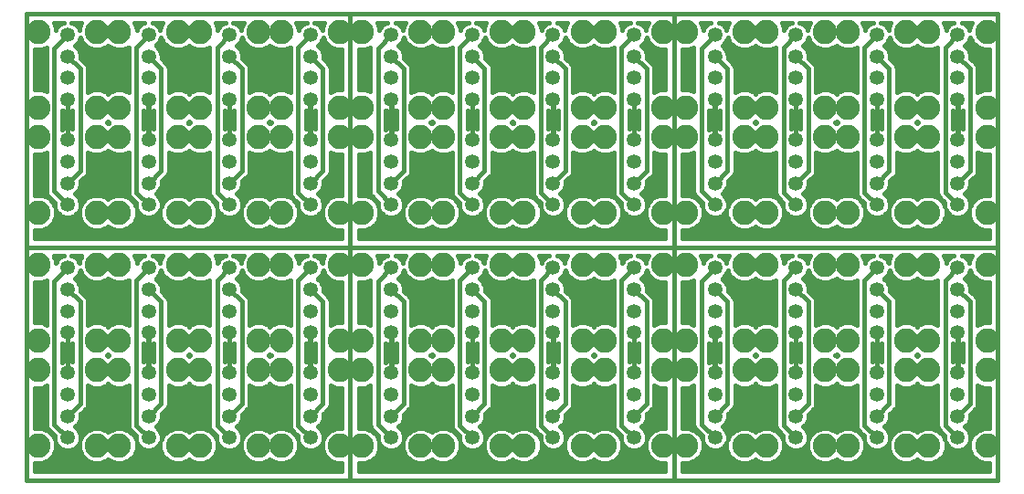
<source format=gbl>
G75*
%MOIN*%
%OFA0B0*%
%FSLAX24Y24*%
%IPPOS*%
%LPD*%
%AMOC8*
5,1,8,0,0,1.08239X$1,22.5*
%
%ADD10C,0.0160*%
%ADD11C,0.0531*%
%ADD12C,0.0886*%
D10*
X000440Y003432D02*
X012251Y003432D01*
X024062Y003432D01*
X035873Y003432D01*
X035873Y011936D01*
X024062Y011936D01*
X024062Y020440D01*
X035873Y020440D01*
X035873Y011936D01*
X024062Y011936D01*
X024062Y003432D01*
X024062Y011936D01*
X012251Y011936D01*
X012251Y020440D01*
X024062Y020440D01*
X024062Y011936D01*
X012251Y011936D01*
X012251Y003432D01*
X012251Y011936D01*
X000440Y011936D01*
X000440Y020440D01*
X012251Y020440D01*
X012251Y011936D01*
X000440Y011936D01*
X000440Y003432D01*
X000750Y003742D02*
X000750Y004049D01*
X000993Y004049D01*
X001229Y004147D01*
X001410Y004328D01*
X001508Y004564D01*
X001508Y004795D01*
X001541Y004716D01*
X001672Y004584D01*
X001843Y004514D01*
X002029Y004514D01*
X002200Y004584D01*
X002331Y004716D01*
X002364Y004795D01*
X002364Y004564D01*
X002462Y004328D01*
X002643Y004147D01*
X002879Y004049D01*
X003135Y004049D01*
X003371Y004147D01*
X003412Y004188D01*
X003454Y004147D01*
X003690Y004049D01*
X003946Y004049D01*
X004182Y004147D01*
X004363Y004328D01*
X004461Y004564D01*
X004461Y004795D01*
X004494Y004716D01*
X004625Y004584D01*
X004796Y004514D01*
X004981Y004514D01*
X005153Y004584D01*
X005284Y004716D01*
X005317Y004795D01*
X005317Y004564D01*
X005415Y004328D01*
X005595Y004147D01*
X005832Y004049D01*
X006087Y004049D01*
X006324Y004147D01*
X006365Y004188D01*
X006406Y004147D01*
X006643Y004049D01*
X006899Y004049D01*
X007135Y004147D01*
X007316Y004328D01*
X007414Y004564D01*
X007414Y004795D01*
X007447Y004716D01*
X007578Y004584D01*
X007749Y004514D01*
X007934Y004514D01*
X008105Y004584D01*
X008236Y004716D01*
X008269Y004795D01*
X008269Y004564D01*
X008367Y004328D01*
X008548Y004147D01*
X008784Y004049D01*
X009040Y004049D01*
X009277Y004147D01*
X009318Y004188D01*
X009359Y004147D01*
X009596Y004049D01*
X009851Y004049D01*
X010088Y004147D01*
X010268Y004328D01*
X010366Y004564D01*
X010366Y004795D01*
X010399Y004716D01*
X010530Y004584D01*
X010702Y004514D01*
X010887Y004514D01*
X011058Y004584D01*
X011189Y004716D01*
X011222Y004795D01*
X011222Y004564D01*
X011320Y004328D01*
X011501Y004147D01*
X011737Y004049D01*
X011941Y004049D01*
X011941Y003742D01*
X000750Y003742D01*
X000750Y003788D02*
X011941Y003788D01*
X011941Y003947D02*
X000750Y003947D01*
X001129Y004105D02*
X002743Y004105D01*
X002526Y004264D02*
X001346Y004264D01*
X001449Y004422D02*
X002423Y004422D01*
X002364Y004581D02*
X002191Y004581D01*
X002341Y004739D02*
X002364Y004739D01*
X002402Y004911D02*
X002402Y005072D01*
X002331Y005243D01*
X002201Y005373D01*
X002331Y005503D01*
X002402Y005674D01*
X002402Y005836D01*
X002626Y006061D01*
X002669Y006164D01*
X002669Y006892D01*
X002879Y006805D01*
X003135Y006805D01*
X003371Y006903D01*
X003412Y006944D01*
X003454Y006903D01*
X003690Y006805D01*
X003946Y006805D01*
X004156Y006892D01*
X004156Y005376D01*
X004199Y005273D01*
X004423Y005049D01*
X004423Y004911D01*
X004363Y005056D01*
X004182Y005237D01*
X003946Y005335D01*
X003690Y005335D01*
X003454Y005237D01*
X003412Y005196D01*
X003371Y005237D01*
X003135Y005335D01*
X002879Y005335D01*
X002643Y005237D01*
X002462Y005056D01*
X002402Y004911D01*
X002402Y005056D02*
X002462Y005056D01*
X002343Y005215D02*
X002621Y005215D01*
X002343Y005532D02*
X004156Y005532D01*
X004156Y005690D02*
X002402Y005690D01*
X002414Y005849D02*
X004156Y005849D01*
X004156Y006007D02*
X002573Y006007D01*
X002669Y006166D02*
X004156Y006166D01*
X004156Y006324D02*
X002669Y006324D01*
X002669Y006483D02*
X004156Y006483D01*
X004156Y006641D02*
X002669Y006641D01*
X002669Y006800D02*
X004156Y006800D01*
X004880Y007350D02*
X004880Y007787D01*
X004854Y007787D01*
X004784Y007776D01*
X004718Y007755D01*
X004716Y007754D01*
X004716Y008406D01*
X004718Y008405D01*
X004784Y008383D01*
X004854Y008372D01*
X004880Y008372D01*
X004880Y008809D01*
X004897Y008809D01*
X004897Y008372D01*
X004924Y008372D01*
X004993Y008383D01*
X005060Y008405D01*
X005062Y008406D01*
X005062Y007754D01*
X005060Y007755D01*
X004993Y007776D01*
X004924Y007787D01*
X004897Y007787D01*
X004897Y007350D01*
X004880Y007350D01*
X004889Y007342D02*
X004889Y008818D01*
X004880Y008702D02*
X004897Y008702D01*
X004880Y008543D02*
X004897Y008543D01*
X004880Y008385D02*
X004897Y008385D01*
X004999Y008385D02*
X005062Y008385D01*
X005062Y008226D02*
X004716Y008226D01*
X004716Y008068D02*
X005062Y008068D01*
X005062Y007909D02*
X004716Y007909D01*
X004880Y007751D02*
X004897Y007751D01*
X004880Y007592D02*
X004897Y007592D01*
X004880Y007434D02*
X004897Y007434D01*
X005622Y006892D02*
X005832Y006805D01*
X006087Y006805D01*
X006324Y006903D01*
X006365Y006944D01*
X006406Y006903D01*
X006643Y006805D01*
X006899Y006805D01*
X007109Y006892D01*
X007109Y005376D01*
X007151Y005273D01*
X007230Y005195D01*
X007376Y005049D01*
X007376Y004911D01*
X007316Y005056D01*
X007135Y005237D01*
X006899Y005335D01*
X006643Y005335D01*
X006406Y005237D01*
X006365Y005196D01*
X006324Y005237D01*
X006087Y005335D01*
X005832Y005335D01*
X005595Y005237D01*
X005415Y005056D01*
X005354Y004911D01*
X005354Y005072D01*
X005284Y005243D01*
X005154Y005373D01*
X005284Y005503D01*
X005354Y005674D01*
X005354Y005836D01*
X005500Y005982D01*
X005579Y006061D01*
X005622Y006164D01*
X005622Y006892D01*
X005622Y006800D02*
X007109Y006800D01*
X007109Y006641D02*
X005622Y006641D01*
X005622Y006483D02*
X007109Y006483D01*
X007109Y006324D02*
X005622Y006324D01*
X005622Y006166D02*
X007109Y006166D01*
X007109Y006007D02*
X005525Y006007D01*
X005367Y005849D02*
X007109Y005849D01*
X007109Y005690D02*
X005354Y005690D01*
X005296Y005532D02*
X007109Y005532D01*
X007110Y005373D02*
X005154Y005373D01*
X005295Y005215D02*
X005573Y005215D01*
X005415Y005056D02*
X005354Y005056D01*
X004889Y004979D02*
X004436Y005432D01*
X004436Y010727D01*
X004889Y011180D01*
X005317Y011364D02*
X005284Y011444D01*
X005153Y011575D01*
X005029Y011626D01*
X005404Y011626D01*
X005317Y011414D01*
X005317Y011364D01*
X005317Y011396D02*
X005303Y011396D01*
X005375Y011555D02*
X005173Y011555D01*
X004748Y011626D02*
X004373Y011626D01*
X004461Y011414D01*
X004461Y011364D01*
X004494Y011444D01*
X004625Y011575D01*
X004748Y011626D01*
X004605Y011555D02*
X004403Y011555D01*
X004461Y011396D02*
X004474Y011396D01*
X005350Y011077D02*
X005415Y010922D01*
X005595Y010741D01*
X005832Y010644D01*
X006087Y010644D01*
X006324Y010741D01*
X006365Y010783D01*
X006406Y010741D01*
X006643Y010644D01*
X006899Y010644D01*
X007109Y010731D01*
X007109Y009086D01*
X006899Y009173D01*
X006643Y009173D01*
X006406Y009076D01*
X006365Y009034D01*
X006324Y009076D01*
X006087Y009173D01*
X005832Y009173D01*
X005622Y009086D01*
X005622Y009996D01*
X005579Y010099D01*
X005354Y010323D01*
X005354Y010485D01*
X005284Y010657D01*
X005154Y010786D01*
X005284Y010916D01*
X005350Y011077D01*
X005286Y010921D02*
X005416Y010921D01*
X005574Y010762D02*
X005178Y010762D01*
X005305Y010604D02*
X007109Y010604D01*
X007109Y010445D02*
X005354Y010445D01*
X005390Y010287D02*
X007109Y010287D01*
X007109Y010128D02*
X005549Y010128D01*
X005622Y009970D02*
X007109Y009970D01*
X007109Y009811D02*
X005622Y009811D01*
X005622Y009653D02*
X007109Y009653D01*
X007109Y009494D02*
X005622Y009494D01*
X005622Y009336D02*
X007109Y009336D01*
X007109Y009177D02*
X005622Y009177D01*
X005342Y009940D02*
X004889Y010393D01*
X005342Y009940D02*
X005342Y006219D01*
X004889Y005767D01*
X004157Y005373D02*
X002201Y005373D01*
X001936Y005767D02*
X002389Y006219D01*
X002389Y009940D01*
X001936Y010393D01*
X002353Y010604D02*
X004156Y010604D01*
X004156Y010731D02*
X004156Y009086D01*
X003946Y009173D01*
X003690Y009173D01*
X003454Y009076D01*
X003412Y009034D01*
X003371Y009076D01*
X003135Y009173D01*
X002879Y009173D01*
X002669Y009086D01*
X002669Y009996D01*
X002626Y010099D01*
X002547Y010177D01*
X002402Y010323D01*
X002402Y010485D01*
X002331Y010657D01*
X002201Y010786D01*
X002331Y010916D01*
X002398Y011077D01*
X002462Y010922D01*
X002643Y010741D01*
X002879Y010644D01*
X003135Y010644D01*
X003371Y010741D01*
X003412Y010783D01*
X003454Y010741D01*
X003690Y010644D01*
X003946Y010644D01*
X004156Y010731D01*
X004156Y010445D02*
X002402Y010445D01*
X002438Y010287D02*
X004156Y010287D01*
X004156Y010128D02*
X002596Y010128D01*
X002669Y009970D02*
X004156Y009970D01*
X004156Y009811D02*
X002669Y009811D01*
X002669Y009653D02*
X004156Y009653D01*
X004156Y009494D02*
X002669Y009494D01*
X002669Y009336D02*
X004156Y009336D01*
X004156Y009177D02*
X002669Y009177D01*
X001945Y008809D02*
X001945Y008372D01*
X001971Y008372D01*
X002040Y008383D01*
X002107Y008405D01*
X002109Y008406D01*
X002109Y007754D01*
X002107Y007755D01*
X002040Y007776D01*
X001971Y007787D01*
X001945Y007787D01*
X001945Y007350D01*
X001927Y007350D01*
X001927Y007787D01*
X001901Y007787D01*
X001832Y007776D01*
X001765Y007755D01*
X001724Y007734D01*
X001724Y008426D01*
X001765Y008405D01*
X001832Y008383D01*
X001901Y008372D01*
X001927Y008372D01*
X001927Y008809D01*
X001945Y008809D01*
X001936Y008818D02*
X001936Y007342D01*
X001927Y007434D02*
X001945Y007434D01*
X001945Y007592D02*
X001927Y007592D01*
X001927Y007751D02*
X001945Y007751D01*
X001758Y007751D02*
X001724Y007751D01*
X001724Y007909D02*
X002109Y007909D01*
X002109Y008068D02*
X001724Y008068D01*
X001724Y008226D02*
X002109Y008226D01*
X002109Y008385D02*
X002046Y008385D01*
X001945Y008385D02*
X001927Y008385D01*
X001826Y008385D02*
X001724Y008385D01*
X001927Y008543D02*
X001945Y008543D01*
X001945Y008702D02*
X001927Y008702D01*
X001164Y009103D02*
X000993Y009173D01*
X000750Y009173D01*
X000750Y010644D01*
X000993Y010644D01*
X001164Y010714D01*
X001164Y009103D01*
X001164Y009177D02*
X000750Y009177D01*
X000750Y009336D02*
X001164Y009336D01*
X001164Y009494D02*
X000750Y009494D01*
X000750Y009653D02*
X001164Y009653D01*
X001164Y009811D02*
X000750Y009811D01*
X000750Y009970D02*
X001164Y009970D01*
X001164Y010128D02*
X000750Y010128D01*
X000750Y010287D02*
X001164Y010287D01*
X001164Y010445D02*
X000750Y010445D01*
X000750Y010604D02*
X001164Y010604D01*
X001444Y010688D02*
X001444Y005471D01*
X001936Y004979D01*
X001470Y004911D02*
X001470Y005049D01*
X001206Y005313D01*
X001164Y005416D01*
X001164Y006876D01*
X000993Y006805D01*
X000750Y006805D01*
X000750Y005335D01*
X000993Y005335D01*
X001229Y005237D01*
X001410Y005056D01*
X001470Y004911D01*
X001463Y005056D02*
X001410Y005056D01*
X001304Y005215D02*
X001251Y005215D01*
X001181Y005373D02*
X000750Y005373D01*
X000750Y005532D02*
X001164Y005532D01*
X001164Y005690D02*
X000750Y005690D01*
X000750Y005849D02*
X001164Y005849D01*
X001164Y006007D02*
X000750Y006007D01*
X000750Y006166D02*
X001164Y006166D01*
X001164Y006324D02*
X000750Y006324D01*
X000750Y006483D02*
X001164Y006483D01*
X001164Y006641D02*
X000750Y006641D01*
X000750Y006800D02*
X001164Y006800D01*
X003375Y007989D02*
X003412Y007952D01*
X003450Y007989D01*
X003412Y008027D01*
X003375Y007989D01*
X004716Y008385D02*
X004779Y008385D01*
X006327Y007989D02*
X006365Y007952D01*
X006403Y007989D01*
X006365Y008027D01*
X006327Y007989D01*
X007669Y008068D02*
X008014Y008068D01*
X008014Y008226D02*
X007669Y008226D01*
X007669Y008385D02*
X007732Y008385D01*
X007737Y008383D02*
X007806Y008372D01*
X007833Y008372D01*
X007833Y008809D01*
X007850Y008809D01*
X007850Y008372D01*
X007877Y008372D01*
X007946Y008383D01*
X008013Y008405D01*
X008014Y008406D01*
X008014Y007754D01*
X008013Y007755D01*
X007946Y007776D01*
X007877Y007787D01*
X007850Y007787D01*
X007850Y007350D01*
X007833Y007350D01*
X007833Y007787D01*
X007806Y007787D01*
X007737Y007776D01*
X007670Y007755D01*
X007669Y007754D01*
X007669Y008406D01*
X007670Y008405D01*
X007737Y008383D01*
X007833Y008385D02*
X007850Y008385D01*
X007951Y008385D02*
X008014Y008385D01*
X007850Y008543D02*
X007833Y008543D01*
X007833Y008702D02*
X007850Y008702D01*
X007842Y008818D02*
X007842Y007342D01*
X007833Y007434D02*
X007850Y007434D01*
X007833Y007592D02*
X007850Y007592D01*
X007833Y007751D02*
X007850Y007751D01*
X008014Y007909D02*
X007669Y007909D01*
X009280Y007989D02*
X009318Y007952D01*
X009356Y007989D01*
X009318Y008027D01*
X009280Y007989D01*
X010622Y008068D02*
X010967Y008068D01*
X010967Y008226D02*
X010622Y008226D01*
X010622Y008385D02*
X010684Y008385D01*
X010690Y008383D02*
X010759Y008372D01*
X010786Y008372D01*
X010786Y008809D01*
X010803Y008809D01*
X010803Y008372D01*
X010829Y008372D01*
X010899Y008383D01*
X010965Y008405D01*
X010967Y008406D01*
X010967Y007754D01*
X010965Y007755D01*
X010899Y007776D01*
X010829Y007787D01*
X010803Y007787D01*
X010803Y007350D01*
X010786Y007350D01*
X010786Y007787D01*
X010759Y007787D01*
X010690Y007776D01*
X010623Y007755D01*
X010622Y007754D01*
X010622Y008406D01*
X010623Y008405D01*
X010690Y008383D01*
X010786Y008385D02*
X010803Y008385D01*
X010904Y008385D02*
X010967Y008385D01*
X010803Y008543D02*
X010786Y008543D01*
X010786Y008702D02*
X010803Y008702D01*
X010794Y008818D02*
X010794Y007342D01*
X010786Y007434D02*
X010803Y007434D01*
X010786Y007592D02*
X010803Y007592D01*
X010786Y007751D02*
X010803Y007751D01*
X010967Y007909D02*
X010622Y007909D01*
X010062Y006892D02*
X010062Y005376D01*
X010104Y005273D01*
X010183Y005195D01*
X010329Y005049D01*
X010329Y004911D01*
X010268Y005056D01*
X010088Y005237D01*
X009851Y005335D01*
X009596Y005335D01*
X009359Y005237D01*
X009318Y005196D01*
X009277Y005237D01*
X009040Y005335D01*
X008784Y005335D01*
X008548Y005237D01*
X008367Y005056D01*
X008307Y004911D01*
X008307Y005072D01*
X008236Y005243D01*
X008106Y005373D01*
X008236Y005503D01*
X008307Y005674D01*
X008307Y005836D01*
X008532Y006061D01*
X008574Y006164D01*
X008574Y006892D01*
X008784Y006805D01*
X009040Y006805D01*
X009277Y006903D01*
X009318Y006944D01*
X009359Y006903D01*
X009596Y006805D01*
X009851Y006805D01*
X010062Y006892D01*
X010062Y006800D02*
X008574Y006800D01*
X008574Y006641D02*
X010062Y006641D01*
X010062Y006483D02*
X008574Y006483D01*
X008574Y006324D02*
X010062Y006324D01*
X010062Y006166D02*
X008574Y006166D01*
X008478Y006007D02*
X010062Y006007D01*
X010062Y005849D02*
X008320Y005849D01*
X008307Y005690D02*
X010062Y005690D01*
X010062Y005532D02*
X008248Y005532D01*
X008107Y005373D02*
X010063Y005373D01*
X010110Y005215D02*
X010163Y005215D01*
X010268Y005056D02*
X010321Y005056D01*
X010342Y005432D02*
X010794Y004979D01*
X010389Y004739D02*
X010366Y004739D01*
X010366Y004581D02*
X010539Y004581D01*
X010308Y004422D02*
X011281Y004422D01*
X011222Y004581D02*
X011050Y004581D01*
X011199Y004739D02*
X011222Y004739D01*
X011260Y004911D02*
X011260Y005072D01*
X011189Y005243D01*
X011059Y005373D01*
X011189Y005503D01*
X011260Y005674D01*
X011260Y005836D01*
X011484Y006061D01*
X011527Y006164D01*
X011527Y006892D01*
X011737Y006805D01*
X011941Y006805D01*
X011941Y005335D01*
X011737Y005335D01*
X011501Y005237D01*
X011320Y005056D01*
X011260Y004911D01*
X011260Y005056D02*
X011320Y005056D01*
X011201Y005215D02*
X011479Y005215D01*
X011201Y005532D02*
X011941Y005532D01*
X011941Y005690D02*
X011260Y005690D01*
X011272Y005849D02*
X011941Y005849D01*
X011941Y006007D02*
X011431Y006007D01*
X011527Y006166D02*
X011941Y006166D01*
X011941Y006324D02*
X011527Y006324D01*
X011527Y006483D02*
X011941Y006483D01*
X011941Y006641D02*
X011527Y006641D01*
X011527Y006800D02*
X011941Y006800D01*
X012561Y006800D02*
X012975Y006800D01*
X012975Y006876D02*
X012975Y005416D01*
X013018Y005313D01*
X013281Y005049D01*
X013281Y004911D01*
X013221Y005056D01*
X013040Y005237D01*
X012804Y005335D01*
X012561Y005335D01*
X012561Y006805D01*
X012804Y006805D01*
X012975Y006876D01*
X012975Y006641D02*
X012561Y006641D01*
X012561Y006483D02*
X012975Y006483D01*
X012975Y006324D02*
X012561Y006324D01*
X012561Y006166D02*
X012975Y006166D01*
X012975Y006007D02*
X012561Y006007D01*
X012561Y005849D02*
X012975Y005849D01*
X012975Y005690D02*
X012561Y005690D01*
X012561Y005532D02*
X012975Y005532D01*
X012992Y005373D02*
X012561Y005373D01*
X011941Y005373D02*
X011060Y005373D01*
X010794Y005767D02*
X011247Y006219D01*
X011247Y009940D01*
X010794Y010393D01*
X011211Y010604D02*
X011941Y010604D01*
X011941Y010644D02*
X011941Y009173D01*
X011737Y009173D01*
X011527Y009086D01*
X011527Y009996D01*
X011484Y010099D01*
X011406Y010177D01*
X011260Y010323D01*
X011260Y010485D01*
X011189Y010657D01*
X011059Y010786D01*
X011189Y010916D01*
X011256Y011077D01*
X011320Y010922D01*
X011501Y010741D01*
X011737Y010644D01*
X011941Y010644D01*
X011941Y010445D02*
X011260Y010445D01*
X011296Y010287D02*
X011941Y010287D01*
X011941Y010128D02*
X011454Y010128D01*
X011527Y009970D02*
X011941Y009970D01*
X011941Y009811D02*
X011527Y009811D01*
X011527Y009653D02*
X011941Y009653D01*
X011941Y009494D02*
X011527Y009494D01*
X011527Y009336D02*
X011941Y009336D01*
X011941Y009177D02*
X011527Y009177D01*
X012561Y009177D02*
X012975Y009177D01*
X012975Y009103D02*
X012804Y009173D01*
X012561Y009173D01*
X012561Y010644D01*
X012804Y010644D01*
X012975Y010714D01*
X012975Y009103D01*
X012975Y009336D02*
X012561Y009336D01*
X012561Y009494D02*
X012975Y009494D01*
X012975Y009653D02*
X012561Y009653D01*
X012561Y009811D02*
X012975Y009811D01*
X012975Y009970D02*
X012561Y009970D01*
X012561Y010128D02*
X012975Y010128D01*
X012975Y010287D02*
X012561Y010287D01*
X012561Y010445D02*
X012975Y010445D01*
X012975Y010604D02*
X012561Y010604D01*
X013255Y010688D02*
X013255Y005471D01*
X013747Y004979D01*
X014175Y004795D02*
X014175Y004564D01*
X014273Y004328D01*
X014454Y004147D01*
X014690Y004049D01*
X014946Y004049D01*
X015182Y004147D01*
X015223Y004188D01*
X015265Y004147D01*
X015501Y004049D01*
X015757Y004049D01*
X015993Y004147D01*
X016174Y004328D01*
X016272Y004564D01*
X016272Y004795D01*
X016305Y004716D01*
X016436Y004584D01*
X016607Y004514D01*
X016792Y004514D01*
X016964Y004584D01*
X017095Y004716D01*
X017128Y004795D01*
X017128Y004564D01*
X017226Y004328D01*
X017406Y004147D01*
X017643Y004049D01*
X017899Y004049D01*
X018135Y004147D01*
X018176Y004188D01*
X018217Y004147D01*
X018454Y004049D01*
X018710Y004049D01*
X018946Y004147D01*
X019127Y004328D01*
X019225Y004564D01*
X019225Y004795D01*
X019258Y004716D01*
X019389Y004584D01*
X019560Y004514D01*
X019745Y004514D01*
X019916Y004584D01*
X020047Y004716D01*
X020080Y004795D01*
X020080Y004564D01*
X020178Y004328D01*
X020359Y004147D01*
X020596Y004049D01*
X020851Y004049D01*
X021088Y004147D01*
X021129Y004188D01*
X021170Y004147D01*
X021407Y004049D01*
X021662Y004049D01*
X021899Y004147D01*
X022079Y004328D01*
X022177Y004564D01*
X022177Y004795D01*
X022210Y004716D01*
X022341Y004584D01*
X022513Y004514D01*
X022698Y004514D01*
X022869Y004584D01*
X023000Y004716D01*
X023033Y004795D01*
X023033Y004564D01*
X023131Y004328D01*
X023312Y004147D01*
X023548Y004049D01*
X023752Y004049D01*
X023752Y003742D01*
X012561Y003742D01*
X012561Y004049D01*
X012804Y004049D01*
X013040Y004147D01*
X013221Y004328D01*
X013319Y004564D01*
X013319Y004795D01*
X013352Y004716D01*
X013483Y004584D01*
X013654Y004514D01*
X013840Y004514D01*
X014011Y004584D01*
X014142Y004716D01*
X014175Y004795D01*
X014175Y004739D02*
X014152Y004739D01*
X014175Y004581D02*
X014002Y004581D01*
X014234Y004422D02*
X013260Y004422D01*
X013319Y004581D02*
X013492Y004581D01*
X013342Y004739D02*
X013319Y004739D01*
X013274Y005056D02*
X013221Y005056D01*
X013115Y005215D02*
X013062Y005215D01*
X013747Y005767D02*
X014200Y006219D01*
X014200Y009940D01*
X013747Y010393D01*
X014164Y010604D02*
X015967Y010604D01*
X015967Y010731D02*
X015967Y009086D01*
X015757Y009173D01*
X015501Y009173D01*
X015265Y009076D01*
X015223Y009034D01*
X015182Y009076D01*
X014946Y009173D01*
X014690Y009173D01*
X014480Y009086D01*
X014480Y009996D01*
X014437Y010099D01*
X014358Y010177D01*
X014213Y010323D01*
X014213Y010485D01*
X014142Y010657D01*
X014012Y010786D01*
X014142Y010916D01*
X014209Y011077D01*
X014273Y010922D01*
X014454Y010741D01*
X014690Y010644D01*
X014946Y010644D01*
X015182Y010741D01*
X015223Y010783D01*
X015265Y010741D01*
X015501Y010644D01*
X015757Y010644D01*
X015967Y010731D01*
X016247Y010727D02*
X016247Y005432D01*
X016700Y004979D01*
X017106Y005215D02*
X017384Y005215D01*
X017406Y005237D02*
X017226Y005056D01*
X017166Y004911D01*
X017166Y005072D01*
X017095Y005243D01*
X016965Y005373D01*
X017095Y005503D01*
X017166Y005674D01*
X017166Y005837D01*
X017311Y005982D01*
X017390Y006061D01*
X017433Y006164D01*
X017433Y006892D01*
X017643Y006805D01*
X017899Y006805D01*
X018135Y006903D01*
X018176Y006944D01*
X018217Y006903D01*
X018454Y006805D01*
X018710Y006805D01*
X018920Y006892D01*
X018920Y005376D01*
X018962Y005273D01*
X019041Y005195D01*
X019187Y005049D01*
X019187Y004911D01*
X019127Y005056D01*
X018946Y005237D01*
X018710Y005335D01*
X018454Y005335D01*
X018217Y005237D01*
X018176Y005196D01*
X018135Y005237D01*
X017899Y005335D01*
X017643Y005335D01*
X017406Y005237D01*
X017226Y005056D02*
X017166Y005056D01*
X017128Y004739D02*
X017105Y004739D01*
X017128Y004581D02*
X016955Y004581D01*
X017186Y004422D02*
X016213Y004422D01*
X016272Y004581D02*
X016444Y004581D01*
X016295Y004739D02*
X016272Y004739D01*
X016234Y004911D02*
X016234Y005049D01*
X016010Y005273D01*
X015967Y005376D01*
X015967Y006892D01*
X015757Y006805D01*
X015501Y006805D01*
X015265Y006903D01*
X015223Y006944D01*
X015182Y006903D01*
X014946Y006805D01*
X014690Y006805D01*
X014480Y006892D01*
X014480Y006164D01*
X014437Y006061D01*
X014213Y005836D01*
X014213Y005674D01*
X014142Y005503D01*
X014012Y005373D01*
X014142Y005243D01*
X014213Y005072D01*
X014213Y004911D01*
X014273Y005056D01*
X014454Y005237D01*
X014690Y005335D01*
X014946Y005335D01*
X015182Y005237D01*
X015223Y005196D01*
X015265Y005237D01*
X015501Y005335D01*
X015757Y005335D01*
X015993Y005237D01*
X016174Y005056D01*
X016234Y004911D01*
X016227Y005056D02*
X016174Y005056D01*
X016068Y005215D02*
X016015Y005215D01*
X015968Y005373D02*
X014012Y005373D01*
X014154Y005215D02*
X014432Y005215D01*
X014273Y005056D02*
X014213Y005056D01*
X014154Y005532D02*
X015967Y005532D01*
X015967Y005690D02*
X014213Y005690D01*
X014225Y005849D02*
X015967Y005849D01*
X015967Y006007D02*
X014384Y006007D01*
X014480Y006166D02*
X015967Y006166D01*
X015967Y006324D02*
X014480Y006324D01*
X014480Y006483D02*
X015967Y006483D01*
X015967Y006641D02*
X014480Y006641D01*
X014480Y006800D02*
X015967Y006800D01*
X016691Y007350D02*
X016691Y007787D01*
X016665Y007787D01*
X016595Y007776D01*
X016529Y007755D01*
X016527Y007754D01*
X016527Y008406D01*
X016529Y008405D01*
X016595Y008383D01*
X016665Y008372D01*
X016691Y008372D01*
X016691Y008809D01*
X016708Y008809D01*
X016708Y008372D01*
X016735Y008372D01*
X016804Y008383D01*
X016871Y008405D01*
X016873Y008406D01*
X016873Y007754D01*
X016871Y007755D01*
X016804Y007776D01*
X016735Y007787D01*
X016708Y007787D01*
X016708Y007350D01*
X016691Y007350D01*
X016700Y007342D02*
X016700Y008818D01*
X016691Y008702D02*
X016708Y008702D01*
X016691Y008543D02*
X016708Y008543D01*
X016691Y008385D02*
X016708Y008385D01*
X016810Y008385D02*
X016873Y008385D01*
X016873Y008226D02*
X016527Y008226D01*
X016527Y008068D02*
X016873Y008068D01*
X016873Y007909D02*
X016527Y007909D01*
X016691Y007751D02*
X016708Y007751D01*
X016691Y007592D02*
X016708Y007592D01*
X016691Y007434D02*
X016708Y007434D01*
X016590Y008385D02*
X016527Y008385D01*
X015261Y007989D02*
X015223Y007952D01*
X015186Y007989D01*
X015223Y008027D01*
X015261Y007989D01*
X013920Y008068D02*
X013535Y008068D01*
X013535Y008226D02*
X013920Y008226D01*
X013920Y008385D02*
X013857Y008385D01*
X013851Y008383D02*
X013918Y008405D01*
X013920Y008406D01*
X013920Y007754D01*
X013918Y007755D01*
X013851Y007776D01*
X013782Y007787D01*
X013756Y007787D01*
X013756Y007350D01*
X013738Y007350D01*
X013738Y007787D01*
X013712Y007787D01*
X013643Y007776D01*
X013576Y007755D01*
X013535Y007734D01*
X013535Y008426D01*
X013576Y008405D01*
X013643Y008383D01*
X013712Y008372D01*
X013738Y008372D01*
X013738Y008809D01*
X013756Y008809D01*
X013756Y008372D01*
X013782Y008372D01*
X013851Y008383D01*
X013756Y008385D02*
X013738Y008385D01*
X013637Y008385D02*
X013535Y008385D01*
X013738Y008543D02*
X013756Y008543D01*
X013756Y008702D02*
X013738Y008702D01*
X013747Y008818D02*
X013747Y007342D01*
X013738Y007434D02*
X013756Y007434D01*
X013756Y007592D02*
X013738Y007592D01*
X013738Y007751D02*
X013756Y007751D01*
X013569Y007751D02*
X013535Y007751D01*
X013535Y007909D02*
X013920Y007909D01*
X014480Y009177D02*
X015967Y009177D01*
X015967Y009336D02*
X014480Y009336D01*
X014480Y009494D02*
X015967Y009494D01*
X015967Y009653D02*
X014480Y009653D01*
X014480Y009811D02*
X015967Y009811D01*
X015967Y009970D02*
X014480Y009970D01*
X014407Y010128D02*
X015967Y010128D01*
X015967Y010287D02*
X014249Y010287D01*
X014213Y010445D02*
X015967Y010445D01*
X016247Y010727D02*
X016700Y011180D01*
X017128Y011364D02*
X017095Y011444D01*
X016964Y011575D01*
X016840Y011626D01*
X017215Y011626D01*
X017128Y011414D01*
X017128Y011364D01*
X017128Y011396D02*
X017114Y011396D01*
X017186Y011555D02*
X016984Y011555D01*
X016559Y011626D02*
X016184Y011626D01*
X016272Y011414D01*
X016272Y011364D01*
X016305Y011444D01*
X016436Y011575D01*
X016559Y011626D01*
X016416Y011555D02*
X016214Y011555D01*
X016272Y011396D02*
X016285Y011396D01*
X017161Y011077D02*
X017226Y010922D01*
X017406Y010741D01*
X017643Y010644D01*
X017899Y010644D01*
X018135Y010741D01*
X018176Y010783D01*
X018217Y010741D01*
X018454Y010644D01*
X018710Y010644D01*
X018920Y010731D01*
X018920Y009086D01*
X018710Y009173D01*
X018454Y009173D01*
X018217Y009076D01*
X018176Y009034D01*
X018135Y009076D01*
X017899Y009173D01*
X017643Y009173D01*
X017433Y009086D01*
X017433Y009996D01*
X017390Y010099D01*
X017166Y010323D01*
X017166Y010485D01*
X017095Y010657D01*
X016965Y010786D01*
X017095Y010916D01*
X017161Y011077D01*
X017097Y010921D02*
X017227Y010921D01*
X017385Y010762D02*
X016989Y010762D01*
X017116Y010604D02*
X018920Y010604D01*
X018920Y010445D02*
X017166Y010445D01*
X017201Y010287D02*
X018920Y010287D01*
X018920Y010128D02*
X017360Y010128D01*
X017433Y009970D02*
X018920Y009970D01*
X018920Y009811D02*
X017433Y009811D01*
X017433Y009653D02*
X018920Y009653D01*
X018920Y009494D02*
X017433Y009494D01*
X017433Y009336D02*
X018920Y009336D01*
X018920Y009177D02*
X017433Y009177D01*
X017153Y009940D02*
X016700Y010393D01*
X017153Y009940D02*
X017153Y006219D01*
X016700Y005767D01*
X017107Y005532D02*
X018920Y005532D01*
X018920Y005690D02*
X017166Y005690D01*
X017178Y005849D02*
X018920Y005849D01*
X018920Y006007D02*
X017336Y006007D01*
X017433Y006166D02*
X018920Y006166D01*
X018920Y006324D02*
X017433Y006324D01*
X017433Y006483D02*
X018920Y006483D01*
X018920Y006641D02*
X017433Y006641D01*
X017433Y006800D02*
X018920Y006800D01*
X019644Y007350D02*
X019644Y007787D01*
X019617Y007787D01*
X019548Y007776D01*
X019481Y007755D01*
X019480Y007754D01*
X019480Y008406D01*
X019481Y008405D01*
X019548Y008383D01*
X019617Y008372D01*
X019644Y008372D01*
X019644Y008809D01*
X019661Y008809D01*
X019661Y008372D01*
X019688Y008372D01*
X019757Y008383D01*
X019824Y008405D01*
X019825Y008406D01*
X019825Y007754D01*
X019824Y007755D01*
X019757Y007776D01*
X019688Y007787D01*
X019661Y007787D01*
X019661Y007350D01*
X019644Y007350D01*
X019653Y007342D02*
X019653Y008818D01*
X019644Y008702D02*
X019661Y008702D01*
X019644Y008543D02*
X019661Y008543D01*
X019644Y008385D02*
X019661Y008385D01*
X019763Y008385D02*
X019825Y008385D01*
X019825Y008226D02*
X019480Y008226D01*
X019480Y008068D02*
X019825Y008068D01*
X019825Y007909D02*
X019480Y007909D01*
X019644Y007751D02*
X019661Y007751D01*
X019644Y007592D02*
X019661Y007592D01*
X019644Y007434D02*
X019661Y007434D01*
X020385Y006892D02*
X020596Y006805D01*
X020851Y006805D01*
X021088Y006903D01*
X021129Y006944D01*
X021170Y006903D01*
X021407Y006805D01*
X021662Y006805D01*
X021873Y006892D01*
X021873Y005376D01*
X021915Y005273D01*
X021994Y005195D01*
X022140Y005049D01*
X022140Y004911D01*
X022079Y005056D01*
X021899Y005237D01*
X021662Y005335D01*
X021407Y005335D01*
X021170Y005237D01*
X021129Y005196D01*
X021088Y005237D01*
X020851Y005335D01*
X020596Y005335D01*
X020359Y005237D01*
X020178Y005056D01*
X020118Y004911D01*
X020118Y005072D01*
X020047Y005243D01*
X019917Y005373D01*
X020047Y005503D01*
X020118Y005674D01*
X020118Y005836D01*
X020343Y006061D01*
X020385Y006164D01*
X020385Y006892D01*
X020385Y006800D02*
X021873Y006800D01*
X021873Y006641D02*
X020385Y006641D01*
X020385Y006483D02*
X021873Y006483D01*
X021873Y006324D02*
X020385Y006324D01*
X020385Y006166D02*
X021873Y006166D01*
X021873Y006007D02*
X020289Y006007D01*
X020131Y005849D02*
X021873Y005849D01*
X021873Y005690D02*
X020118Y005690D01*
X020059Y005532D02*
X021873Y005532D01*
X021874Y005373D02*
X019918Y005373D01*
X020059Y005215D02*
X020337Y005215D01*
X020179Y005056D02*
X020118Y005056D01*
X019653Y004979D02*
X019200Y005432D01*
X019200Y010727D01*
X019653Y011180D01*
X020080Y011364D02*
X020047Y011444D01*
X019916Y011575D01*
X019793Y011626D01*
X020168Y011626D01*
X020080Y011414D01*
X020080Y011364D01*
X020080Y011396D02*
X020067Y011396D01*
X020139Y011555D02*
X019936Y011555D01*
X019512Y011626D02*
X019137Y011626D01*
X019225Y011414D01*
X019225Y011364D01*
X019258Y011444D01*
X019389Y011575D01*
X019512Y011626D01*
X019369Y011555D02*
X019166Y011555D01*
X019225Y011396D02*
X019238Y011396D01*
X020114Y011077D02*
X020178Y010922D01*
X020359Y010741D01*
X020596Y010644D01*
X020851Y010644D01*
X021088Y010741D01*
X021129Y010783D01*
X021170Y010741D01*
X021407Y010644D01*
X021662Y010644D01*
X021873Y010731D01*
X021873Y009086D01*
X021662Y009173D01*
X021407Y009173D01*
X021170Y009076D01*
X021129Y009034D01*
X021088Y009076D01*
X020851Y009173D01*
X020596Y009173D01*
X020385Y009086D01*
X020385Y009996D01*
X020343Y010099D01*
X020264Y010177D01*
X020118Y010323D01*
X020118Y010485D01*
X020047Y010657D01*
X019917Y010786D01*
X020047Y010916D01*
X020114Y011077D01*
X020049Y010921D02*
X020180Y010921D01*
X020338Y010762D02*
X019941Y010762D01*
X020069Y010604D02*
X021873Y010604D01*
X021873Y010445D02*
X020118Y010445D01*
X020154Y010287D02*
X021873Y010287D01*
X021873Y010128D02*
X020313Y010128D01*
X020385Y009970D02*
X021873Y009970D01*
X021873Y009811D02*
X020385Y009811D01*
X020385Y009653D02*
X021873Y009653D01*
X021873Y009494D02*
X020385Y009494D01*
X020385Y009336D02*
X021873Y009336D01*
X021873Y009177D02*
X020385Y009177D01*
X020105Y009940D02*
X020105Y006219D01*
X019653Y005767D01*
X018921Y005373D02*
X016965Y005373D01*
X018157Y005215D02*
X018195Y005215D01*
X018968Y005215D02*
X019021Y005215D01*
X019126Y005056D02*
X019179Y005056D01*
X019225Y004739D02*
X019248Y004739D01*
X019225Y004581D02*
X019397Y004581D01*
X019166Y004422D02*
X020139Y004422D01*
X020080Y004581D02*
X019908Y004581D01*
X020057Y004739D02*
X020080Y004739D01*
X020242Y004264D02*
X019063Y004264D01*
X018846Y004105D02*
X020459Y004105D01*
X020988Y004105D02*
X021270Y004105D01*
X021799Y004105D02*
X023412Y004105D01*
X023195Y004264D02*
X022016Y004264D01*
X022119Y004422D02*
X023092Y004422D01*
X023033Y004581D02*
X022861Y004581D01*
X023010Y004739D02*
X023033Y004739D01*
X023071Y004911D02*
X023071Y005072D01*
X023000Y005243D01*
X022870Y005373D01*
X023000Y005503D01*
X023071Y005674D01*
X023071Y005836D01*
X023295Y006061D01*
X023338Y006164D01*
X023338Y006892D01*
X023548Y006805D01*
X023752Y006805D01*
X023752Y005335D01*
X023548Y005335D01*
X023312Y005237D01*
X023131Y005056D01*
X023071Y004911D01*
X023071Y005056D02*
X023131Y005056D01*
X023012Y005215D02*
X023290Y005215D01*
X023012Y005532D02*
X023752Y005532D01*
X023752Y005690D02*
X023071Y005690D01*
X023083Y005849D02*
X023752Y005849D01*
X023752Y006007D02*
X023242Y006007D01*
X023338Y006166D02*
X023752Y006166D01*
X023752Y006324D02*
X023338Y006324D01*
X023338Y006483D02*
X023752Y006483D01*
X023752Y006641D02*
X023338Y006641D01*
X023338Y006800D02*
X023752Y006800D01*
X024372Y006800D02*
X024786Y006800D01*
X024786Y006876D02*
X024786Y005416D01*
X024829Y005313D01*
X025092Y005049D01*
X025092Y004911D01*
X025032Y005056D01*
X024851Y005237D01*
X024615Y005335D01*
X024372Y005335D01*
X024372Y006805D01*
X024615Y006805D01*
X024786Y006876D01*
X024786Y006641D02*
X024372Y006641D01*
X024372Y006483D02*
X024786Y006483D01*
X024786Y006324D02*
X024372Y006324D01*
X024372Y006166D02*
X024786Y006166D01*
X024786Y006007D02*
X024372Y006007D01*
X024372Y005849D02*
X024786Y005849D01*
X024786Y005690D02*
X024372Y005690D01*
X024372Y005532D02*
X024786Y005532D01*
X024803Y005373D02*
X024372Y005373D01*
X024873Y005215D02*
X024926Y005215D01*
X025032Y005056D02*
X025085Y005056D01*
X025130Y004795D02*
X025163Y004716D01*
X025294Y004584D01*
X025465Y004514D01*
X025651Y004514D01*
X025822Y004584D01*
X025953Y004716D01*
X025986Y004795D01*
X025986Y004564D01*
X026084Y004328D01*
X026265Y004147D01*
X026501Y004049D01*
X026757Y004049D01*
X026993Y004147D01*
X027034Y004188D01*
X027076Y004147D01*
X027312Y004049D01*
X027568Y004049D01*
X027804Y004147D01*
X027985Y004328D01*
X028083Y004564D01*
X028083Y004795D01*
X028116Y004716D01*
X028247Y004584D01*
X028418Y004514D01*
X028603Y004514D01*
X028775Y004584D01*
X028906Y004716D01*
X028939Y004795D01*
X028939Y004564D01*
X029037Y004328D01*
X029217Y004147D01*
X029454Y004049D01*
X029710Y004049D01*
X029946Y004147D01*
X029987Y004188D01*
X030029Y004147D01*
X030265Y004049D01*
X030521Y004049D01*
X030757Y004147D01*
X030938Y004328D01*
X031036Y004564D01*
X031036Y004795D01*
X031069Y004716D01*
X031200Y004584D01*
X031371Y004514D01*
X031556Y004514D01*
X031727Y004584D01*
X031858Y004716D01*
X031892Y004795D01*
X031892Y004564D01*
X031989Y004328D01*
X032170Y004147D01*
X032407Y004049D01*
X032662Y004049D01*
X032899Y004147D01*
X032940Y004188D01*
X032981Y004147D01*
X033218Y004049D01*
X033473Y004049D01*
X033710Y004147D01*
X033890Y004328D01*
X033988Y004564D01*
X033988Y004795D01*
X034021Y004716D01*
X034152Y004584D01*
X034324Y004514D01*
X034509Y004514D01*
X034680Y004584D01*
X034811Y004716D01*
X034844Y004795D01*
X034844Y004564D01*
X034942Y004328D01*
X035123Y004147D01*
X035359Y004049D01*
X035563Y004049D01*
X035563Y003742D01*
X024372Y003742D01*
X024372Y004049D01*
X024615Y004049D01*
X024851Y004147D01*
X025032Y004328D01*
X025130Y004564D01*
X025130Y004795D01*
X025130Y004739D02*
X025153Y004739D01*
X025130Y004581D02*
X025303Y004581D01*
X025071Y004422D02*
X026045Y004422D01*
X025986Y004581D02*
X025813Y004581D01*
X025963Y004739D02*
X025986Y004739D01*
X026024Y004911D02*
X026024Y005072D01*
X025953Y005243D01*
X025823Y005373D01*
X025953Y005503D01*
X026024Y005674D01*
X026024Y005836D01*
X026248Y006061D01*
X026291Y006164D01*
X026291Y006892D01*
X026501Y006805D01*
X026757Y006805D01*
X026993Y006903D01*
X027034Y006944D01*
X027076Y006903D01*
X027312Y006805D01*
X027568Y006805D01*
X027778Y006892D01*
X027778Y005376D01*
X027821Y005273D01*
X028045Y005049D01*
X028045Y004911D01*
X027985Y005056D01*
X027804Y005237D01*
X027568Y005335D01*
X027312Y005335D01*
X027076Y005237D01*
X027034Y005196D01*
X026993Y005237D01*
X026757Y005335D01*
X026501Y005335D01*
X026265Y005237D01*
X026084Y005056D01*
X026024Y004911D01*
X026024Y005056D02*
X026084Y005056D01*
X025965Y005215D02*
X026243Y005215D01*
X025965Y005532D02*
X027778Y005532D01*
X027778Y005690D02*
X026024Y005690D01*
X026036Y005849D02*
X027778Y005849D01*
X027778Y006007D02*
X026195Y006007D01*
X026291Y006166D02*
X027778Y006166D01*
X027778Y006324D02*
X026291Y006324D01*
X026291Y006483D02*
X027778Y006483D01*
X027778Y006641D02*
X026291Y006641D01*
X026291Y006800D02*
X027778Y006800D01*
X028502Y007350D02*
X028502Y007787D01*
X028476Y007787D01*
X028406Y007776D01*
X028340Y007755D01*
X028338Y007754D01*
X028338Y008406D01*
X028340Y008405D01*
X028406Y008383D01*
X028476Y008372D01*
X028502Y008372D01*
X028502Y008809D01*
X028519Y008809D01*
X028519Y008372D01*
X028546Y008372D01*
X028615Y008383D01*
X028682Y008405D01*
X028684Y008406D01*
X028684Y007754D01*
X028682Y007755D01*
X028615Y007776D01*
X028546Y007787D01*
X028519Y007787D01*
X028519Y007350D01*
X028502Y007350D01*
X028511Y007342D02*
X028511Y008818D01*
X028502Y008702D02*
X028519Y008702D01*
X028502Y008543D02*
X028519Y008543D01*
X028502Y008385D02*
X028519Y008385D01*
X028621Y008385D02*
X028684Y008385D01*
X028684Y008226D02*
X028338Y008226D01*
X028338Y008068D02*
X028684Y008068D01*
X028684Y007909D02*
X028338Y007909D01*
X028502Y007751D02*
X028519Y007751D01*
X028502Y007592D02*
X028519Y007592D01*
X028502Y007434D02*
X028519Y007434D01*
X029244Y006892D02*
X029454Y006805D01*
X029710Y006805D01*
X029946Y006903D01*
X029987Y006944D01*
X030029Y006903D01*
X030265Y006805D01*
X030521Y006805D01*
X030731Y006892D01*
X030731Y005376D01*
X030773Y005273D01*
X030852Y005195D01*
X030998Y005049D01*
X030998Y004911D01*
X030938Y005056D01*
X030757Y005237D01*
X030521Y005335D01*
X030265Y005335D01*
X030029Y005237D01*
X029987Y005196D01*
X029946Y005237D01*
X029710Y005335D01*
X029454Y005335D01*
X029217Y005237D01*
X029037Y005056D01*
X028977Y004911D01*
X028977Y005072D01*
X028906Y005243D01*
X028776Y005373D01*
X028906Y005503D01*
X028977Y005674D01*
X028977Y005836D01*
X029122Y005982D01*
X029201Y006061D01*
X029244Y006164D01*
X029244Y006892D01*
X029244Y006800D02*
X030731Y006800D01*
X030731Y006641D02*
X029244Y006641D01*
X029244Y006483D02*
X030731Y006483D01*
X030731Y006324D02*
X029244Y006324D01*
X029244Y006166D02*
X030731Y006166D01*
X030731Y006007D02*
X029148Y006007D01*
X028989Y005849D02*
X030731Y005849D01*
X030731Y005690D02*
X028977Y005690D01*
X028918Y005532D02*
X030731Y005532D01*
X030732Y005373D02*
X028776Y005373D01*
X028917Y005215D02*
X029195Y005215D01*
X029037Y005056D02*
X028977Y005056D01*
X028511Y004979D02*
X028058Y005432D01*
X028058Y010727D01*
X028511Y011180D01*
X028939Y011364D02*
X028906Y011444D01*
X028775Y011575D01*
X028651Y011626D01*
X029026Y011626D01*
X028939Y011414D01*
X028939Y011364D01*
X028939Y011396D02*
X028925Y011396D01*
X028997Y011555D02*
X028795Y011555D01*
X028370Y011626D02*
X027995Y011626D01*
X028083Y011414D01*
X028083Y011364D01*
X028116Y011444D01*
X028247Y011575D01*
X028370Y011626D01*
X028227Y011555D02*
X028025Y011555D01*
X028083Y011396D02*
X028096Y011396D01*
X027778Y010731D02*
X027778Y009086D01*
X027568Y009173D01*
X027312Y009173D01*
X027076Y009076D01*
X027034Y009034D01*
X026993Y009076D01*
X026757Y009173D01*
X026501Y009173D01*
X026291Y009086D01*
X026291Y009996D01*
X026248Y010099D01*
X026169Y010177D01*
X026024Y010323D01*
X026024Y010485D01*
X025953Y010657D01*
X025823Y010786D01*
X025953Y010916D01*
X026020Y011077D01*
X026084Y010922D01*
X026265Y010741D01*
X026501Y010644D01*
X026757Y010644D01*
X026993Y010741D01*
X027034Y010783D01*
X027076Y010741D01*
X027312Y010644D01*
X027568Y010644D01*
X027778Y010731D01*
X027778Y010604D02*
X025975Y010604D01*
X026024Y010445D02*
X027778Y010445D01*
X027778Y010287D02*
X026060Y010287D01*
X026218Y010128D02*
X027778Y010128D01*
X027778Y009970D02*
X026291Y009970D01*
X026291Y009811D02*
X027778Y009811D01*
X027778Y009653D02*
X026291Y009653D01*
X026291Y009494D02*
X027778Y009494D01*
X027778Y009336D02*
X026291Y009336D01*
X026291Y009177D02*
X027778Y009177D01*
X028338Y008385D02*
X028401Y008385D01*
X027072Y007989D02*
X027034Y007952D01*
X026997Y007989D01*
X027034Y008027D01*
X027072Y007989D01*
X025731Y008068D02*
X025346Y008068D01*
X025346Y008226D02*
X025731Y008226D01*
X025731Y008385D02*
X025668Y008385D01*
X025662Y008383D02*
X025729Y008405D01*
X025731Y008406D01*
X025731Y007754D01*
X025729Y007755D01*
X025662Y007776D01*
X025593Y007787D01*
X025567Y007787D01*
X025567Y007350D01*
X025549Y007350D01*
X025549Y007787D01*
X025523Y007787D01*
X025454Y007776D01*
X025387Y007755D01*
X025346Y007734D01*
X025346Y008426D01*
X025387Y008405D01*
X025454Y008383D01*
X025523Y008372D01*
X025549Y008372D01*
X025549Y008809D01*
X025567Y008809D01*
X025567Y008372D01*
X025593Y008372D01*
X025662Y008383D01*
X025567Y008385D02*
X025549Y008385D01*
X025448Y008385D02*
X025346Y008385D01*
X025549Y008543D02*
X025567Y008543D01*
X025567Y008702D02*
X025549Y008702D01*
X025558Y008818D02*
X025558Y007342D01*
X025549Y007434D02*
X025567Y007434D01*
X025567Y007592D02*
X025549Y007592D01*
X025549Y007751D02*
X025567Y007751D01*
X025380Y007751D02*
X025346Y007751D01*
X025346Y007909D02*
X025731Y007909D01*
X024786Y009103D02*
X024615Y009173D01*
X024372Y009173D01*
X024372Y010644D01*
X024615Y010644D01*
X024786Y010714D01*
X024786Y009103D01*
X024786Y009177D02*
X024372Y009177D01*
X024372Y009336D02*
X024786Y009336D01*
X024786Y009494D02*
X024372Y009494D01*
X024372Y009653D02*
X024786Y009653D01*
X024786Y009811D02*
X024372Y009811D01*
X024372Y009970D02*
X024786Y009970D01*
X024786Y010128D02*
X024372Y010128D01*
X024372Y010287D02*
X024786Y010287D01*
X024786Y010445D02*
X024372Y010445D01*
X024372Y010604D02*
X024786Y010604D01*
X025066Y010688D02*
X025066Y005471D01*
X025558Y004979D01*
X025823Y005373D02*
X027779Y005373D01*
X027826Y005215D02*
X027879Y005215D01*
X027985Y005056D02*
X028038Y005056D01*
X028083Y004739D02*
X028106Y004739D01*
X028083Y004581D02*
X028255Y004581D01*
X028024Y004422D02*
X028997Y004422D01*
X028939Y004581D02*
X028766Y004581D01*
X028916Y004739D02*
X028939Y004739D01*
X029100Y004264D02*
X027921Y004264D01*
X027704Y004105D02*
X029318Y004105D01*
X029846Y004105D02*
X030129Y004105D01*
X030657Y004105D02*
X032270Y004105D01*
X032053Y004264D02*
X030874Y004264D01*
X030977Y004422D02*
X031950Y004422D01*
X031892Y004581D02*
X031719Y004581D01*
X031868Y004739D02*
X031892Y004739D01*
X031929Y004911D02*
X031929Y005072D01*
X031858Y005243D01*
X031729Y005373D01*
X033685Y005373D01*
X033684Y005376D02*
X033726Y005273D01*
X033805Y005195D01*
X033951Y005049D01*
X033951Y004911D01*
X033890Y005056D01*
X033943Y005056D01*
X033890Y005056D02*
X033710Y005237D01*
X033473Y005335D01*
X033218Y005335D01*
X032981Y005237D01*
X032940Y005196D01*
X032899Y005237D01*
X032662Y005335D01*
X032407Y005335D01*
X032170Y005237D01*
X031989Y005056D01*
X031929Y004911D01*
X031929Y005056D02*
X031990Y005056D01*
X031870Y005215D02*
X032148Y005215D01*
X031858Y005503D02*
X031929Y005674D01*
X031929Y005836D01*
X032154Y006061D01*
X032196Y006164D01*
X032196Y006892D01*
X032407Y006805D01*
X032662Y006805D01*
X032899Y006903D01*
X032940Y006944D01*
X032981Y006903D01*
X033218Y006805D01*
X033473Y006805D01*
X033684Y006892D01*
X033684Y005376D01*
X033684Y005532D02*
X031870Y005532D01*
X031858Y005503D02*
X031729Y005373D01*
X031929Y005690D02*
X033684Y005690D01*
X033684Y005849D02*
X031942Y005849D01*
X032100Y006007D02*
X033684Y006007D01*
X033684Y006166D02*
X032196Y006166D01*
X032196Y006324D02*
X033684Y006324D01*
X033684Y006483D02*
X032196Y006483D01*
X032196Y006641D02*
X033684Y006641D01*
X033684Y006800D02*
X032196Y006800D01*
X031916Y006219D02*
X031464Y005767D01*
X031011Y005432D02*
X031011Y010727D01*
X031464Y011180D01*
X031892Y011364D02*
X031858Y011444D01*
X031727Y011575D01*
X031604Y011626D01*
X031979Y011626D01*
X031892Y011414D01*
X031892Y011364D01*
X031892Y011396D02*
X031878Y011396D01*
X031950Y011555D02*
X031747Y011555D01*
X031323Y011626D02*
X030948Y011626D01*
X031036Y011414D01*
X031036Y011364D01*
X031069Y011444D01*
X031200Y011575D01*
X031323Y011626D01*
X031180Y011555D02*
X030977Y011555D01*
X031036Y011396D02*
X031049Y011396D01*
X031925Y011077D02*
X031989Y010922D01*
X032170Y010741D01*
X032407Y010644D01*
X032662Y010644D01*
X032899Y010741D01*
X032940Y010783D01*
X032981Y010741D01*
X033218Y010644D01*
X033473Y010644D01*
X033684Y010731D01*
X033684Y009086D01*
X033473Y009173D01*
X033218Y009173D01*
X032981Y009076D01*
X032940Y009034D01*
X032899Y009076D01*
X032662Y009173D01*
X032407Y009173D01*
X032196Y009086D01*
X032196Y009996D01*
X032154Y010099D01*
X032075Y010177D01*
X031929Y010323D01*
X031929Y010485D01*
X031858Y010657D01*
X031729Y010786D01*
X031858Y010916D01*
X031925Y011077D01*
X031860Y010921D02*
X031991Y010921D01*
X032149Y010762D02*
X031752Y010762D01*
X031880Y010604D02*
X033684Y010604D01*
X033684Y010445D02*
X031929Y010445D01*
X031965Y010287D02*
X033684Y010287D01*
X033684Y010128D02*
X032124Y010128D01*
X032196Y009970D02*
X033684Y009970D01*
X033684Y009811D02*
X032196Y009811D01*
X032196Y009653D02*
X033684Y009653D01*
X033684Y009494D02*
X032196Y009494D01*
X032196Y009336D02*
X033684Y009336D01*
X033684Y009177D02*
X032196Y009177D01*
X031472Y008809D02*
X031472Y008372D01*
X031499Y008372D01*
X031568Y008383D01*
X031635Y008405D01*
X031636Y008406D01*
X031636Y007754D01*
X031635Y007755D01*
X031568Y007776D01*
X031499Y007787D01*
X031472Y007787D01*
X031472Y007350D01*
X031455Y007350D01*
X031455Y007787D01*
X031428Y007787D01*
X031359Y007776D01*
X031292Y007755D01*
X031291Y007754D01*
X031291Y008406D01*
X031292Y008405D01*
X031359Y008383D01*
X031428Y008372D01*
X031455Y008372D01*
X031455Y008809D01*
X031472Y008809D01*
X031464Y008818D02*
X031464Y007342D01*
X031455Y007434D02*
X031472Y007434D01*
X031455Y007592D02*
X031472Y007592D01*
X031455Y007751D02*
X031472Y007751D01*
X031636Y007909D02*
X031291Y007909D01*
X031291Y008068D02*
X031636Y008068D01*
X031636Y008226D02*
X031291Y008226D01*
X031291Y008385D02*
X031354Y008385D01*
X031455Y008385D02*
X031472Y008385D01*
X031574Y008385D02*
X031636Y008385D01*
X031472Y008543D02*
X031455Y008543D01*
X031455Y008702D02*
X031472Y008702D01*
X030731Y009086D02*
X030521Y009173D01*
X030265Y009173D01*
X030029Y009076D01*
X029987Y009034D01*
X029946Y009076D01*
X029710Y009173D01*
X029454Y009173D01*
X029244Y009086D01*
X029244Y009996D01*
X029201Y010099D01*
X028977Y010323D01*
X028977Y010485D01*
X028906Y010657D01*
X028776Y010786D01*
X028906Y010916D01*
X028972Y011077D01*
X029037Y010922D01*
X029217Y010741D01*
X029454Y010644D01*
X029710Y010644D01*
X029946Y010741D01*
X029987Y010783D01*
X030029Y010741D01*
X030265Y010644D01*
X030521Y010644D01*
X030731Y010731D01*
X030731Y009086D01*
X030731Y009177D02*
X029244Y009177D01*
X029244Y009336D02*
X030731Y009336D01*
X030731Y009494D02*
X029244Y009494D01*
X029244Y009653D02*
X030731Y009653D01*
X030731Y009811D02*
X029244Y009811D01*
X029244Y009970D02*
X030731Y009970D01*
X030731Y010128D02*
X029171Y010128D01*
X029013Y010287D02*
X030731Y010287D01*
X030731Y010445D02*
X028977Y010445D01*
X028927Y010604D02*
X030731Y010604D01*
X030007Y010762D02*
X029967Y010762D01*
X029196Y010762D02*
X028800Y010762D01*
X028908Y010921D02*
X029038Y010921D01*
X028511Y010393D02*
X028964Y009940D01*
X028964Y006219D01*
X028511Y005767D01*
X029968Y005215D02*
X030006Y005215D01*
X030779Y005215D02*
X030832Y005215D01*
X030937Y005056D02*
X030990Y005056D01*
X031036Y004739D02*
X031059Y004739D01*
X031036Y004581D02*
X031208Y004581D01*
X031464Y004979D02*
X031011Y005432D01*
X031916Y006219D02*
X031916Y009940D01*
X031464Y010393D01*
X032920Y010762D02*
X032960Y010762D01*
X033964Y010727D02*
X034416Y011180D01*
X033988Y011364D02*
X033988Y011414D01*
X033901Y011626D01*
X034276Y011626D01*
X034152Y011575D01*
X034021Y011444D01*
X033988Y011364D01*
X033988Y011396D02*
X034002Y011396D01*
X033930Y011555D02*
X034132Y011555D01*
X034557Y011626D02*
X034932Y011626D01*
X034844Y011414D01*
X034844Y011364D01*
X034811Y011444D01*
X034680Y011575D01*
X034557Y011626D01*
X034700Y011555D02*
X034903Y011555D01*
X034844Y011396D02*
X034831Y011396D01*
X034878Y011077D02*
X034942Y010922D01*
X035123Y010741D01*
X035359Y010644D01*
X035563Y010644D01*
X035563Y009173D01*
X035359Y009173D01*
X035149Y009086D01*
X035149Y009996D01*
X035106Y010099D01*
X035028Y010177D01*
X034882Y010323D01*
X034882Y010485D01*
X034811Y010657D01*
X034681Y010786D01*
X034811Y010916D01*
X034878Y011077D01*
X034813Y010921D02*
X034943Y010921D01*
X035102Y010762D02*
X034705Y010762D01*
X034833Y010604D02*
X035563Y010604D01*
X035563Y010445D02*
X034882Y010445D01*
X034918Y010287D02*
X035563Y010287D01*
X035563Y010128D02*
X035077Y010128D01*
X035149Y009970D02*
X035563Y009970D01*
X035563Y009811D02*
X035149Y009811D01*
X035149Y009653D02*
X035563Y009653D01*
X035563Y009494D02*
X035149Y009494D01*
X035149Y009336D02*
X035563Y009336D01*
X035563Y009177D02*
X035149Y009177D01*
X034425Y008809D02*
X034425Y008372D01*
X034451Y008372D01*
X034521Y008383D01*
X034587Y008405D01*
X034589Y008406D01*
X034589Y007754D01*
X034587Y007755D01*
X034521Y007776D01*
X034451Y007787D01*
X034425Y007787D01*
X034425Y007350D01*
X034408Y007350D01*
X034408Y007787D01*
X034381Y007787D01*
X034312Y007776D01*
X034245Y007755D01*
X034244Y007754D01*
X034244Y008406D01*
X034245Y008405D01*
X034312Y008383D01*
X034381Y008372D01*
X034408Y008372D01*
X034408Y008809D01*
X034425Y008809D01*
X034416Y008818D02*
X034416Y007342D01*
X034408Y007434D02*
X034425Y007434D01*
X034408Y007592D02*
X034425Y007592D01*
X034408Y007751D02*
X034425Y007751D01*
X034589Y007909D02*
X034244Y007909D01*
X034244Y008068D02*
X034589Y008068D01*
X034589Y008226D02*
X034244Y008226D01*
X034244Y008385D02*
X034306Y008385D01*
X034408Y008385D02*
X034425Y008385D01*
X034526Y008385D02*
X034589Y008385D01*
X034425Y008543D02*
X034408Y008543D01*
X034408Y008702D02*
X034425Y008702D01*
X032978Y007989D02*
X032940Y007952D01*
X032902Y007989D01*
X032940Y008027D01*
X032978Y007989D01*
X035149Y006892D02*
X035359Y006805D01*
X035563Y006805D01*
X035563Y005335D01*
X035359Y005335D01*
X035123Y005237D01*
X034942Y005056D01*
X034882Y004911D01*
X034882Y005072D01*
X034811Y005243D01*
X034681Y005373D01*
X034811Y005503D01*
X034882Y005674D01*
X034882Y005836D01*
X035106Y006061D01*
X035149Y006164D01*
X035149Y006892D01*
X035149Y006800D02*
X035563Y006800D01*
X035563Y006641D02*
X035149Y006641D01*
X035149Y006483D02*
X035563Y006483D01*
X035563Y006324D02*
X035149Y006324D01*
X035149Y006166D02*
X035563Y006166D01*
X035563Y006007D02*
X035053Y006007D01*
X034895Y005849D02*
X035563Y005849D01*
X035563Y005690D02*
X034882Y005690D01*
X034823Y005532D02*
X035563Y005532D01*
X035563Y005373D02*
X034682Y005373D01*
X034823Y005215D02*
X035101Y005215D01*
X034942Y005056D02*
X034882Y005056D01*
X034416Y004979D02*
X033964Y005432D01*
X033964Y010727D01*
X034416Y010393D02*
X034869Y009940D01*
X034869Y006219D01*
X034416Y005767D01*
X033785Y005215D02*
X033732Y005215D01*
X032959Y005215D02*
X032921Y005215D01*
X033988Y004739D02*
X034012Y004739D01*
X033988Y004581D02*
X034161Y004581D01*
X033930Y004422D02*
X034903Y004422D01*
X034844Y004581D02*
X034672Y004581D01*
X034821Y004739D02*
X034844Y004739D01*
X035006Y004264D02*
X033827Y004264D01*
X033610Y004105D02*
X035223Y004105D01*
X035563Y003947D02*
X024372Y003947D01*
X024372Y003788D02*
X035563Y003788D01*
X033081Y004105D02*
X032799Y004105D01*
X027176Y004105D02*
X026893Y004105D01*
X026365Y004105D02*
X024751Y004105D01*
X024968Y004264D02*
X026148Y004264D01*
X027015Y005215D02*
X027054Y005215D01*
X026011Y006219D02*
X025558Y005767D01*
X026011Y006219D02*
X026011Y009940D01*
X025558Y010393D01*
X025066Y010688D02*
X025558Y011180D01*
X025130Y011364D02*
X025130Y011414D01*
X025042Y011626D01*
X025417Y011626D01*
X025294Y011575D01*
X025163Y011444D01*
X025130Y011364D01*
X025130Y011396D02*
X025144Y011396D01*
X025072Y011555D02*
X025274Y011555D01*
X025699Y011626D02*
X026074Y011626D01*
X025986Y011414D01*
X025986Y011364D01*
X025953Y011444D01*
X025822Y011575D01*
X025699Y011626D01*
X025842Y011555D02*
X026044Y011555D01*
X025986Y011396D02*
X025973Y011396D01*
X025955Y010921D02*
X026085Y010921D01*
X026244Y010762D02*
X025847Y010762D01*
X027014Y010762D02*
X027055Y010762D01*
X027312Y012553D02*
X027568Y012553D01*
X027804Y012651D01*
X027985Y012832D01*
X028083Y013068D01*
X028083Y013299D01*
X028116Y013219D01*
X028247Y013088D01*
X028418Y013018D01*
X028603Y013018D01*
X028775Y013088D01*
X028906Y013219D01*
X028939Y013299D01*
X028939Y013068D01*
X029037Y012832D01*
X029217Y012651D01*
X029454Y012553D01*
X029710Y012553D01*
X029946Y012651D01*
X029987Y012692D01*
X030029Y012651D01*
X030265Y012553D01*
X030521Y012553D01*
X030757Y012651D01*
X030938Y012832D01*
X031036Y013068D01*
X031036Y013299D01*
X031036Y013298D02*
X031036Y013298D01*
X031036Y013299D02*
X031069Y013219D01*
X031200Y013088D01*
X031371Y013018D01*
X031556Y013018D01*
X031727Y013088D01*
X031858Y013219D01*
X031892Y013299D01*
X031892Y013068D01*
X031989Y012832D01*
X032170Y012651D01*
X032407Y012553D01*
X032662Y012553D01*
X032899Y012651D01*
X032940Y012692D01*
X032981Y012651D01*
X033218Y012553D01*
X033473Y012553D01*
X033710Y012651D01*
X033890Y012832D01*
X033988Y013068D01*
X033988Y013299D01*
X034021Y013219D01*
X034152Y013088D01*
X034324Y013018D01*
X034509Y013018D01*
X034680Y013088D01*
X034811Y013219D01*
X034844Y013299D01*
X034844Y013068D01*
X034942Y012832D01*
X035123Y012651D01*
X035359Y012553D01*
X035563Y012553D01*
X035563Y012246D01*
X024372Y012246D01*
X024372Y012553D01*
X024615Y012553D01*
X024851Y012651D01*
X025032Y012832D01*
X025130Y013068D01*
X025130Y013299D01*
X025163Y013219D01*
X025294Y013088D01*
X025465Y013018D01*
X025651Y013018D01*
X025822Y013088D01*
X025953Y013219D01*
X025986Y013299D01*
X025986Y013068D01*
X026084Y012832D01*
X026265Y012651D01*
X026501Y012553D01*
X026757Y012553D01*
X026993Y012651D01*
X027034Y012692D01*
X027076Y012651D01*
X027312Y012553D01*
X027062Y012664D02*
X027007Y012664D01*
X026251Y012664D02*
X024865Y012664D01*
X025023Y012823D02*
X026093Y012823D01*
X026022Y012981D02*
X025094Y012981D01*
X025130Y013140D02*
X025243Y013140D01*
X025130Y013298D02*
X025130Y013298D01*
X025092Y013415D02*
X025092Y013553D01*
X024829Y013817D01*
X024786Y013920D01*
X024786Y015380D01*
X024615Y015309D01*
X024372Y015309D01*
X024372Y013839D01*
X024615Y013839D01*
X024851Y013741D01*
X025032Y013560D01*
X025092Y013415D01*
X025092Y013457D02*
X025075Y013457D01*
X025030Y013615D02*
X024977Y013615D01*
X024871Y013774D02*
X024772Y013774D01*
X024786Y013932D02*
X024372Y013932D01*
X024372Y014091D02*
X024786Y014091D01*
X024786Y014249D02*
X024372Y014249D01*
X024372Y014408D02*
X024786Y014408D01*
X024786Y014566D02*
X024372Y014566D01*
X024372Y014725D02*
X024786Y014725D01*
X024786Y014883D02*
X024372Y014883D01*
X024372Y015042D02*
X024786Y015042D01*
X024786Y015200D02*
X024372Y015200D01*
X024736Y015359D02*
X024786Y015359D01*
X025549Y015854D02*
X025549Y016291D01*
X025523Y016291D01*
X025454Y016280D01*
X025387Y016259D01*
X025346Y016238D01*
X025346Y016930D01*
X025387Y016909D01*
X025454Y016887D01*
X025523Y016876D01*
X025549Y016876D01*
X025549Y017313D01*
X025567Y017313D01*
X025567Y016876D01*
X025593Y016876D01*
X025662Y016887D01*
X025729Y016909D01*
X025731Y016910D01*
X025731Y016258D01*
X025729Y016259D01*
X025662Y016280D01*
X025593Y016291D01*
X025567Y016291D01*
X025567Y015854D01*
X025549Y015854D01*
X025558Y015845D02*
X025558Y017322D01*
X025549Y017261D02*
X025567Y017261D01*
X025567Y017102D02*
X025549Y017102D01*
X025549Y016944D02*
X025567Y016944D01*
X025731Y016785D02*
X025346Y016785D01*
X025346Y016627D02*
X025731Y016627D01*
X025731Y016468D02*
X025346Y016468D01*
X025346Y016310D02*
X025731Y016310D01*
X025567Y016151D02*
X025549Y016151D01*
X025549Y015993D02*
X025567Y015993D01*
X026291Y015396D02*
X026501Y015309D01*
X026757Y015309D01*
X026993Y015407D01*
X027034Y015448D01*
X027076Y015407D01*
X027312Y015309D01*
X027568Y015309D01*
X027778Y015396D01*
X027778Y013880D01*
X027821Y013777D01*
X028045Y013553D01*
X028045Y013415D01*
X027985Y013560D01*
X027804Y013741D01*
X027568Y013839D01*
X027312Y013839D01*
X027076Y013741D01*
X027034Y013700D01*
X026993Y013741D01*
X026757Y013839D01*
X026501Y013839D01*
X026265Y013741D01*
X026084Y013560D01*
X026024Y013415D01*
X026024Y013576D01*
X025953Y013747D01*
X025823Y013877D01*
X025953Y014007D01*
X026024Y014178D01*
X026024Y014340D01*
X026248Y014565D01*
X026291Y014668D01*
X026291Y015396D01*
X026291Y015359D02*
X026380Y015359D01*
X026291Y015200D02*
X027778Y015200D01*
X027778Y015042D02*
X026291Y015042D01*
X026291Y014883D02*
X027778Y014883D01*
X027778Y014725D02*
X026291Y014725D01*
X026249Y014566D02*
X027778Y014566D01*
X027778Y014408D02*
X026091Y014408D01*
X026024Y014249D02*
X027778Y014249D01*
X027778Y014091D02*
X025988Y014091D01*
X025879Y013932D02*
X027778Y013932D01*
X027824Y013774D02*
X027724Y013774D01*
X027930Y013615D02*
X027983Y013615D01*
X028028Y013457D02*
X028045Y013457D01*
X028083Y013298D02*
X028083Y013298D01*
X028083Y013140D02*
X028195Y013140D01*
X028047Y012981D02*
X028975Y012981D01*
X028939Y013140D02*
X028826Y013140D01*
X028938Y013298D02*
X028939Y013298D01*
X028977Y013415D02*
X028977Y013576D01*
X028906Y013747D01*
X028776Y013877D01*
X028906Y014007D01*
X028977Y014178D01*
X028977Y014340D01*
X029122Y014486D01*
X029201Y014565D01*
X029244Y014668D01*
X029244Y015396D01*
X029454Y015309D01*
X029710Y015309D01*
X029946Y015407D01*
X029987Y015448D01*
X030029Y015407D01*
X030265Y015309D01*
X030521Y015309D01*
X030731Y015396D01*
X030731Y013880D01*
X030773Y013777D01*
X030852Y013699D01*
X030998Y013553D01*
X030998Y013415D01*
X030938Y013560D01*
X030757Y013741D01*
X030521Y013839D01*
X030265Y013839D01*
X030029Y013741D01*
X029987Y013700D01*
X029946Y013741D01*
X029710Y013839D01*
X029454Y013839D01*
X029217Y013741D01*
X029037Y013560D01*
X028977Y013415D01*
X028977Y013457D02*
X028994Y013457D01*
X028960Y013615D02*
X029092Y013615D01*
X029297Y013774D02*
X028879Y013774D01*
X028831Y013932D02*
X030731Y013932D01*
X030731Y014091D02*
X028940Y014091D01*
X028977Y014249D02*
X030731Y014249D01*
X030731Y014408D02*
X029044Y014408D01*
X029202Y014566D02*
X030731Y014566D01*
X030731Y014725D02*
X029244Y014725D01*
X029244Y014883D02*
X030731Y014883D01*
X030731Y015042D02*
X029244Y015042D01*
X029244Y015200D02*
X030731Y015200D01*
X030731Y015359D02*
X030642Y015359D01*
X030144Y015359D02*
X029831Y015359D01*
X029333Y015359D02*
X029244Y015359D01*
X028519Y015854D02*
X028502Y015854D01*
X028502Y016291D01*
X028476Y016291D01*
X028406Y016280D01*
X028340Y016259D01*
X028338Y016258D01*
X028338Y016910D01*
X028340Y016909D01*
X028406Y016887D01*
X028476Y016876D01*
X028502Y016876D01*
X028502Y017313D01*
X028519Y017313D01*
X028519Y016876D01*
X028546Y016876D01*
X028615Y016887D01*
X028682Y016909D01*
X028684Y016910D01*
X028684Y016258D01*
X028682Y016259D01*
X028615Y016280D01*
X028546Y016291D01*
X028519Y016291D01*
X028519Y015854D01*
X028511Y015845D02*
X028511Y017322D01*
X028502Y017261D02*
X028519Y017261D01*
X028502Y017102D02*
X028519Y017102D01*
X028502Y016944D02*
X028519Y016944D01*
X028684Y016785D02*
X028338Y016785D01*
X028338Y016627D02*
X028684Y016627D01*
X028684Y016468D02*
X028338Y016468D01*
X028338Y016310D02*
X028684Y016310D01*
X028519Y016151D02*
X028502Y016151D01*
X028502Y015993D02*
X028519Y015993D01*
X027778Y015359D02*
X027689Y015359D01*
X027191Y015359D02*
X026878Y015359D01*
X026011Y014723D02*
X025558Y014271D01*
X025066Y013975D02*
X025558Y013483D01*
X025926Y013774D02*
X026345Y013774D01*
X026139Y013615D02*
X026007Y013615D01*
X026024Y013457D02*
X026041Y013457D01*
X025986Y013298D02*
X025986Y013298D01*
X025986Y013140D02*
X025873Y013140D01*
X026913Y013774D02*
X027156Y013774D01*
X028058Y013936D02*
X028511Y013483D01*
X028058Y013936D02*
X028058Y019231D01*
X028511Y019684D01*
X028939Y019868D02*
X028906Y019948D01*
X028775Y020079D01*
X028651Y020130D01*
X029026Y020130D01*
X028939Y019918D01*
X028939Y019868D01*
X028954Y019955D02*
X028898Y019955D01*
X029020Y020114D02*
X028690Y020114D01*
X028370Y020130D02*
X027995Y020130D01*
X028083Y019918D01*
X028083Y019868D01*
X028116Y019948D01*
X028247Y020079D01*
X028370Y020130D01*
X028332Y020114D02*
X028002Y020114D01*
X028067Y019955D02*
X028124Y019955D01*
X027778Y019235D02*
X027778Y017590D01*
X027568Y017677D01*
X027312Y017677D01*
X027076Y017579D01*
X027034Y017538D01*
X026993Y017579D01*
X026757Y017677D01*
X026501Y017677D01*
X026291Y017590D01*
X026291Y018500D01*
X026248Y018603D01*
X026169Y018681D01*
X026024Y018827D01*
X026024Y018989D01*
X025953Y019160D01*
X025823Y019290D01*
X025953Y019420D01*
X026020Y019581D01*
X026084Y019426D01*
X026265Y019245D01*
X026501Y019147D01*
X026757Y019147D01*
X026993Y019245D01*
X027034Y019287D01*
X027076Y019245D01*
X027312Y019147D01*
X027568Y019147D01*
X027778Y019235D01*
X027778Y019163D02*
X027605Y019163D01*
X027778Y019004D02*
X026017Y019004D01*
X026024Y018846D02*
X027778Y018846D01*
X027778Y018687D02*
X026163Y018687D01*
X026279Y018529D02*
X027778Y018529D01*
X027778Y018370D02*
X026291Y018370D01*
X026291Y018212D02*
X027778Y018212D01*
X027778Y018053D02*
X026291Y018053D01*
X026291Y017895D02*
X027778Y017895D01*
X027778Y017736D02*
X026291Y017736D01*
X026995Y017578D02*
X027074Y017578D01*
X026011Y018444D02*
X026011Y014723D01*
X025066Y013975D02*
X025066Y019192D01*
X025558Y019684D01*
X025130Y019868D02*
X025130Y019918D01*
X025042Y020130D01*
X025417Y020130D01*
X025294Y020079D01*
X025163Y019948D01*
X025130Y019868D01*
X025115Y019955D02*
X025171Y019955D01*
X025049Y020114D02*
X025379Y020114D01*
X025699Y020130D02*
X026074Y020130D01*
X025986Y019918D01*
X025986Y019868D01*
X025953Y019948D01*
X025822Y020079D01*
X025699Y020130D01*
X025737Y020114D02*
X026067Y020114D01*
X026001Y019955D02*
X025945Y019955D01*
X025978Y019480D02*
X026062Y019480D01*
X026189Y019321D02*
X025854Y019321D01*
X025950Y019163D02*
X026464Y019163D01*
X026794Y019163D02*
X027275Y019163D01*
X026011Y018444D02*
X025558Y018897D01*
X024786Y018846D02*
X024372Y018846D01*
X024372Y019004D02*
X024786Y019004D01*
X024786Y019163D02*
X024653Y019163D01*
X024615Y019147D02*
X024786Y019218D01*
X024786Y017607D01*
X024615Y017677D01*
X024372Y017677D01*
X024372Y019147D01*
X024615Y019147D01*
X024786Y018687D02*
X024372Y018687D01*
X024372Y018529D02*
X024786Y018529D01*
X024786Y018370D02*
X024372Y018370D01*
X024372Y018212D02*
X024786Y018212D01*
X024786Y018053D02*
X024372Y018053D01*
X024372Y017895D02*
X024786Y017895D01*
X024786Y017736D02*
X024372Y017736D01*
X023752Y017736D02*
X023338Y017736D01*
X023338Y017590D02*
X023338Y018500D01*
X023295Y018603D01*
X023217Y018681D01*
X023071Y018827D01*
X023071Y018989D01*
X023000Y019160D01*
X022870Y019290D01*
X023000Y019420D01*
X023067Y019581D01*
X023131Y019426D01*
X023312Y019245D01*
X023548Y019147D01*
X023752Y019147D01*
X023752Y017677D01*
X023548Y017677D01*
X023338Y017590D01*
X023338Y017895D02*
X023752Y017895D01*
X023752Y018053D02*
X023338Y018053D01*
X023338Y018212D02*
X023752Y018212D01*
X023752Y018370D02*
X023338Y018370D01*
X023326Y018529D02*
X023752Y018529D01*
X023752Y018687D02*
X023210Y018687D01*
X023071Y018846D02*
X023752Y018846D01*
X023752Y019004D02*
X023065Y019004D01*
X022998Y019163D02*
X023511Y019163D01*
X023236Y019321D02*
X022901Y019321D01*
X023025Y019480D02*
X023109Y019480D01*
X023033Y019868D02*
X023000Y019948D01*
X022869Y020079D01*
X022746Y020130D01*
X023121Y020130D01*
X023033Y019918D01*
X023033Y019868D01*
X023049Y019955D02*
X022993Y019955D01*
X023114Y020114D02*
X022784Y020114D01*
X022465Y020130D02*
X022090Y020130D01*
X022177Y019918D01*
X022177Y019868D01*
X022210Y019948D01*
X022341Y020079D01*
X022465Y020130D01*
X022426Y020114D02*
X022096Y020114D01*
X022162Y019955D02*
X022218Y019955D01*
X022605Y019684D02*
X022153Y019231D01*
X022153Y013936D01*
X022605Y013483D01*
X022177Y013299D02*
X022210Y013219D01*
X022341Y013088D01*
X022513Y013018D01*
X022698Y013018D01*
X022869Y013088D01*
X023000Y013219D01*
X023033Y013299D01*
X023033Y013068D01*
X023131Y012832D01*
X023312Y012651D01*
X023548Y012553D01*
X023752Y012553D01*
X023752Y012246D01*
X012561Y012246D01*
X012561Y012553D01*
X012804Y012553D01*
X013040Y012651D01*
X013221Y012832D01*
X013319Y013068D01*
X013319Y013299D01*
X013352Y013219D01*
X013483Y013088D01*
X013654Y013018D01*
X013840Y013018D01*
X014011Y013088D01*
X014142Y013219D01*
X014175Y013299D01*
X014175Y013068D01*
X014273Y012832D01*
X014454Y012651D01*
X014690Y012553D01*
X014946Y012553D01*
X015182Y012651D01*
X015223Y012692D01*
X015265Y012651D01*
X015501Y012553D01*
X015757Y012553D01*
X015993Y012651D01*
X016174Y012832D01*
X016272Y013068D01*
X016272Y013299D01*
X016305Y013219D01*
X016436Y013088D01*
X016607Y013018D01*
X016792Y013018D01*
X016964Y013088D01*
X017095Y013219D01*
X017128Y013299D01*
X017128Y013068D01*
X017226Y012832D01*
X017406Y012651D01*
X017643Y012553D01*
X017899Y012553D01*
X018135Y012651D01*
X018176Y012692D01*
X018217Y012651D01*
X018454Y012553D01*
X018710Y012553D01*
X018946Y012651D01*
X019127Y012832D01*
X019225Y013068D01*
X019225Y013299D01*
X019225Y013298D02*
X019225Y013298D01*
X019225Y013299D02*
X019258Y013219D01*
X019389Y013088D01*
X019560Y013018D01*
X019745Y013018D01*
X019916Y013088D01*
X020047Y013219D01*
X020080Y013299D01*
X020080Y013298D02*
X020080Y013298D01*
X020080Y013299D02*
X020080Y013068D01*
X020178Y012832D01*
X020359Y012651D01*
X020596Y012553D01*
X020851Y012553D01*
X021088Y012651D01*
X021129Y012692D01*
X021170Y012651D01*
X021407Y012553D01*
X021662Y012553D01*
X021899Y012651D01*
X022079Y012832D01*
X022177Y013068D01*
X022177Y013299D01*
X022177Y013298D02*
X022178Y013298D01*
X022140Y013415D02*
X022079Y013560D01*
X021899Y013741D01*
X021662Y013839D01*
X021407Y013839D01*
X021170Y013741D01*
X021129Y013700D01*
X021088Y013741D01*
X020851Y013839D01*
X020596Y013839D01*
X020359Y013741D01*
X020178Y013560D01*
X020118Y013415D01*
X020118Y013576D01*
X020047Y013747D01*
X019917Y013877D01*
X020047Y014007D01*
X020118Y014178D01*
X020118Y014340D01*
X020343Y014565D01*
X020385Y014668D01*
X020385Y015396D01*
X020596Y015309D01*
X020851Y015309D01*
X021088Y015407D01*
X021129Y015448D01*
X021170Y015407D01*
X021407Y015309D01*
X021662Y015309D01*
X021873Y015396D01*
X021873Y013880D01*
X021915Y013777D01*
X021994Y013699D01*
X022140Y013553D01*
X022140Y013415D01*
X022140Y013457D02*
X022122Y013457D01*
X022077Y013615D02*
X022024Y013615D01*
X021919Y013774D02*
X021819Y013774D01*
X021873Y013932D02*
X019973Y013932D01*
X020020Y013774D02*
X020439Y013774D01*
X020234Y013615D02*
X020102Y013615D01*
X020118Y013457D02*
X020136Y013457D01*
X019653Y013483D02*
X019200Y013936D01*
X019200Y019231D01*
X019653Y019684D01*
X020080Y019868D02*
X020047Y019948D01*
X019916Y020079D01*
X019793Y020130D01*
X020168Y020130D01*
X020080Y019918D01*
X020080Y019868D01*
X020096Y019955D02*
X020040Y019955D01*
X020162Y020114D02*
X019832Y020114D01*
X019512Y020130D02*
X019137Y020130D01*
X019225Y019918D01*
X019225Y019868D01*
X019258Y019948D01*
X019389Y020079D01*
X019512Y020130D01*
X019473Y020114D02*
X019143Y020114D01*
X019209Y019955D02*
X019265Y019955D01*
X020114Y019581D02*
X020178Y019426D01*
X020359Y019245D01*
X020596Y019147D01*
X020851Y019147D01*
X021088Y019245D01*
X021129Y019287D01*
X021170Y019245D01*
X021407Y019147D01*
X021662Y019147D01*
X021873Y019235D01*
X021873Y017590D01*
X021662Y017677D01*
X021407Y017677D01*
X021170Y017579D01*
X021129Y017538D01*
X021088Y017579D01*
X020851Y017677D01*
X020596Y017677D01*
X020385Y017590D01*
X020385Y018500D01*
X020343Y018603D01*
X020264Y018681D01*
X020118Y018827D01*
X020118Y018989D01*
X020047Y019160D01*
X019917Y019290D01*
X020047Y019420D01*
X020114Y019581D01*
X020072Y019480D02*
X020156Y019480D01*
X020283Y019321D02*
X019949Y019321D01*
X020045Y019163D02*
X020558Y019163D01*
X020889Y019163D02*
X021369Y019163D01*
X021700Y019163D02*
X021873Y019163D01*
X021873Y019004D02*
X020112Y019004D01*
X020118Y018846D02*
X021873Y018846D01*
X021873Y018687D02*
X020258Y018687D01*
X020264Y018681D02*
X020264Y018681D01*
X020373Y018529D02*
X021873Y018529D01*
X021873Y018370D02*
X020385Y018370D01*
X020385Y018212D02*
X021873Y018212D01*
X021873Y018053D02*
X020385Y018053D01*
X020385Y017895D02*
X021873Y017895D01*
X021873Y017736D02*
X020385Y017736D01*
X021089Y017578D02*
X021169Y017578D01*
X020105Y018444D02*
X020105Y014723D01*
X019653Y014271D01*
X020082Y014091D02*
X021873Y014091D01*
X021873Y014249D02*
X020118Y014249D01*
X020186Y014408D02*
X021873Y014408D01*
X021873Y014566D02*
X020343Y014566D01*
X020385Y014725D02*
X021873Y014725D01*
X021873Y014883D02*
X020385Y014883D01*
X020385Y015042D02*
X021873Y015042D01*
X021873Y015200D02*
X020385Y015200D01*
X020385Y015359D02*
X020475Y015359D01*
X020972Y015359D02*
X021286Y015359D01*
X021783Y015359D02*
X021873Y015359D01*
X022597Y015854D02*
X022597Y016291D01*
X022570Y016291D01*
X022501Y016280D01*
X022434Y016259D01*
X022433Y016258D01*
X022433Y016910D01*
X022434Y016909D01*
X022501Y016887D01*
X022570Y016876D01*
X022597Y016876D01*
X022597Y017313D01*
X022614Y017313D01*
X022614Y016876D01*
X022640Y016876D01*
X022710Y016887D01*
X022776Y016909D01*
X022778Y016910D01*
X022778Y016258D01*
X022776Y016259D01*
X022710Y016280D01*
X022640Y016291D01*
X022614Y016291D01*
X022614Y015854D01*
X022597Y015854D01*
X022605Y015845D02*
X022605Y017322D01*
X022597Y017261D02*
X022614Y017261D01*
X022597Y017102D02*
X022614Y017102D01*
X022597Y016944D02*
X022614Y016944D01*
X022778Y016785D02*
X022433Y016785D01*
X022433Y016627D02*
X022778Y016627D01*
X022778Y016468D02*
X022433Y016468D01*
X022433Y016310D02*
X022778Y016310D01*
X022614Y016151D02*
X022597Y016151D01*
X022597Y015993D02*
X022614Y015993D01*
X023338Y015396D02*
X023548Y015309D01*
X023752Y015309D01*
X023752Y013839D01*
X023548Y013839D01*
X023312Y013741D01*
X023131Y013560D01*
X023071Y013415D01*
X023071Y013576D01*
X023000Y013747D01*
X022870Y013877D01*
X023000Y014007D01*
X023071Y014178D01*
X023071Y014340D01*
X023295Y014565D01*
X023338Y014668D01*
X023338Y015396D01*
X023338Y015359D02*
X023427Y015359D01*
X023338Y015200D02*
X023752Y015200D01*
X023752Y015042D02*
X023338Y015042D01*
X023338Y014883D02*
X023752Y014883D01*
X023752Y014725D02*
X023338Y014725D01*
X023296Y014566D02*
X023752Y014566D01*
X023752Y014408D02*
X023139Y014408D01*
X023071Y014249D02*
X023752Y014249D01*
X023752Y014091D02*
X023035Y014091D01*
X022926Y013932D02*
X023752Y013932D01*
X023392Y013774D02*
X022973Y013774D01*
X023055Y013615D02*
X023187Y013615D01*
X023088Y013457D02*
X023071Y013457D01*
X023033Y013298D02*
X023033Y013298D01*
X023033Y013140D02*
X022921Y013140D01*
X023069Y012981D02*
X022141Y012981D01*
X022177Y013140D02*
X022290Y013140D01*
X022071Y012823D02*
X023140Y012823D01*
X023298Y012664D02*
X021912Y012664D01*
X021157Y012664D02*
X021101Y012664D01*
X020346Y012664D02*
X018959Y012664D01*
X019118Y012823D02*
X020187Y012823D01*
X020116Y012981D02*
X019189Y012981D01*
X019225Y013140D02*
X019337Y013140D01*
X019187Y013415D02*
X019127Y013560D01*
X018946Y013741D01*
X018710Y013839D01*
X018454Y013839D01*
X018217Y013741D01*
X018176Y013700D01*
X018135Y013741D01*
X017899Y013839D01*
X017643Y013839D01*
X017406Y013741D01*
X017226Y013560D01*
X017166Y013415D01*
X017166Y013576D01*
X017095Y013747D01*
X016965Y013877D01*
X017095Y014007D01*
X017166Y014178D01*
X017166Y014340D01*
X017311Y014486D01*
X017390Y014565D01*
X017433Y014668D01*
X017433Y015396D01*
X017643Y015309D01*
X017899Y015309D01*
X018135Y015407D01*
X018176Y015448D01*
X018217Y015407D01*
X018454Y015309D01*
X018710Y015309D01*
X018920Y015396D01*
X018920Y013880D01*
X018962Y013777D01*
X019041Y013699D01*
X019187Y013553D01*
X019187Y013415D01*
X019187Y013457D02*
X019169Y013457D01*
X019124Y013615D02*
X019071Y013615D01*
X018966Y013774D02*
X018866Y013774D01*
X018920Y013932D02*
X017020Y013932D01*
X017068Y013774D02*
X017486Y013774D01*
X017281Y013615D02*
X017149Y013615D01*
X017166Y013457D02*
X017183Y013457D01*
X017127Y013298D02*
X017128Y013298D01*
X017128Y013140D02*
X017015Y013140D01*
X017164Y012981D02*
X016236Y012981D01*
X016272Y013140D02*
X016384Y013140D01*
X016272Y013298D02*
X016272Y013298D01*
X016234Y013415D02*
X016174Y013560D01*
X015993Y013741D01*
X015757Y013839D01*
X015501Y013839D01*
X015265Y013741D01*
X015223Y013700D01*
X015182Y013741D01*
X014946Y013839D01*
X014690Y013839D01*
X014454Y013741D01*
X014273Y013560D01*
X014213Y013415D01*
X014213Y013576D01*
X014142Y013747D01*
X014012Y013877D01*
X014142Y014007D01*
X014213Y014178D01*
X014213Y014340D01*
X014437Y014565D01*
X014480Y014668D01*
X014480Y015396D01*
X014690Y015309D01*
X014946Y015309D01*
X015182Y015407D01*
X015223Y015448D01*
X015265Y015407D01*
X015501Y015309D01*
X015757Y015309D01*
X015967Y015396D01*
X015967Y013880D01*
X016010Y013777D01*
X016234Y013553D01*
X016234Y013415D01*
X016234Y013457D02*
X016217Y013457D01*
X016172Y013615D02*
X016119Y013615D01*
X016013Y013774D02*
X015913Y013774D01*
X015967Y013932D02*
X014067Y013932D01*
X014115Y013774D02*
X014534Y013774D01*
X014328Y013615D02*
X014196Y013615D01*
X014213Y013457D02*
X014230Y013457D01*
X014175Y013298D02*
X014175Y013298D01*
X014175Y013140D02*
X014062Y013140D01*
X014211Y012981D02*
X013283Y012981D01*
X013319Y013140D02*
X013432Y013140D01*
X013319Y013298D02*
X013319Y013298D01*
X013281Y013415D02*
X013281Y013553D01*
X013018Y013817D01*
X012975Y013920D01*
X012975Y015380D01*
X012804Y015309D01*
X012561Y015309D01*
X012561Y013839D01*
X012804Y013839D01*
X013040Y013741D01*
X013221Y013560D01*
X013281Y013415D01*
X013281Y013457D02*
X013264Y013457D01*
X013219Y013615D02*
X013166Y013615D01*
X013060Y013774D02*
X012960Y013774D01*
X012975Y013932D02*
X012561Y013932D01*
X012561Y014091D02*
X012975Y014091D01*
X012975Y014249D02*
X012561Y014249D01*
X012561Y014408D02*
X012975Y014408D01*
X012975Y014566D02*
X012561Y014566D01*
X012561Y014725D02*
X012975Y014725D01*
X012975Y014883D02*
X012561Y014883D01*
X012561Y015042D02*
X012975Y015042D01*
X012975Y015200D02*
X012561Y015200D01*
X012925Y015359D02*
X012975Y015359D01*
X011941Y015309D02*
X011941Y013839D01*
X011737Y013839D01*
X011501Y013741D01*
X011320Y013560D01*
X011260Y013415D01*
X011260Y013576D01*
X011189Y013747D01*
X011059Y013877D01*
X011189Y014007D01*
X011260Y014178D01*
X011260Y014340D01*
X011484Y014565D01*
X011527Y014668D01*
X011527Y015396D01*
X011737Y015309D01*
X011941Y015309D01*
X011941Y015200D02*
X011527Y015200D01*
X011527Y015042D02*
X011941Y015042D01*
X011941Y014883D02*
X011527Y014883D01*
X011527Y014725D02*
X011941Y014725D01*
X011941Y014566D02*
X011485Y014566D01*
X011328Y014408D02*
X011941Y014408D01*
X011941Y014249D02*
X011260Y014249D01*
X011224Y014091D02*
X011941Y014091D01*
X011941Y013932D02*
X011115Y013932D01*
X011162Y013774D02*
X011581Y013774D01*
X011376Y013615D02*
X011244Y013615D01*
X011260Y013457D02*
X011277Y013457D01*
X011222Y013299D02*
X011222Y013068D01*
X011320Y012832D01*
X011501Y012651D01*
X011737Y012553D01*
X011941Y012553D01*
X011941Y012246D01*
X000750Y012246D01*
X000750Y012553D01*
X000993Y012553D01*
X001229Y012651D01*
X001410Y012832D01*
X001508Y013068D01*
X001508Y013299D01*
X001541Y013219D01*
X001672Y013088D01*
X001843Y013018D01*
X002029Y013018D01*
X002200Y013088D01*
X002331Y013219D01*
X002364Y013299D01*
X002364Y013068D01*
X002462Y012832D01*
X002643Y012651D01*
X002879Y012553D01*
X003135Y012553D01*
X003371Y012651D01*
X003412Y012692D01*
X003454Y012651D01*
X003690Y012553D01*
X003946Y012553D01*
X004182Y012651D01*
X004363Y012832D01*
X004461Y013068D01*
X004461Y013299D01*
X004494Y013219D01*
X004625Y013088D01*
X004796Y013018D01*
X004981Y013018D01*
X005153Y013088D01*
X005284Y013219D01*
X005317Y013299D01*
X005317Y013068D01*
X005415Y012832D01*
X005595Y012651D01*
X005832Y012553D01*
X006087Y012553D01*
X006324Y012651D01*
X006365Y012692D01*
X006406Y012651D01*
X006643Y012553D01*
X006899Y012553D01*
X007135Y012651D01*
X007316Y012832D01*
X007414Y013068D01*
X007414Y013299D01*
X007414Y013298D02*
X007414Y013298D01*
X007414Y013299D02*
X007447Y013219D01*
X007578Y013088D01*
X007749Y013018D01*
X007934Y013018D01*
X008105Y013088D01*
X008236Y013219D01*
X008269Y013299D01*
X008269Y013298D02*
X008269Y013298D01*
X008269Y013299D02*
X008269Y013068D01*
X008367Y012832D01*
X008548Y012651D01*
X008784Y012553D01*
X009040Y012553D01*
X009277Y012651D01*
X009318Y012692D01*
X009359Y012651D01*
X009596Y012553D01*
X009851Y012553D01*
X010088Y012651D01*
X010268Y012832D01*
X010366Y013068D01*
X010366Y013299D01*
X010399Y013219D01*
X010530Y013088D01*
X010702Y013018D01*
X010887Y013018D01*
X011058Y013088D01*
X011189Y013219D01*
X011222Y013299D01*
X011222Y013298D02*
X011222Y013298D01*
X011222Y013140D02*
X011110Y013140D01*
X011258Y012981D02*
X010330Y012981D01*
X010366Y013140D02*
X010479Y013140D01*
X010367Y013298D02*
X010366Y013298D01*
X010329Y013415D02*
X010268Y013560D01*
X010088Y013741D01*
X009851Y013839D01*
X009596Y013839D01*
X009359Y013741D01*
X009318Y013700D01*
X009277Y013741D01*
X009040Y013839D01*
X008784Y013839D01*
X008548Y013741D01*
X008367Y013560D01*
X008307Y013415D01*
X008307Y013576D01*
X008236Y013747D01*
X008106Y013877D01*
X008236Y014007D01*
X008307Y014178D01*
X008307Y014340D01*
X008532Y014565D01*
X008574Y014668D01*
X008574Y015396D01*
X008784Y015309D01*
X009040Y015309D01*
X009277Y015407D01*
X009318Y015448D01*
X009359Y015407D01*
X009596Y015309D01*
X009851Y015309D01*
X010062Y015396D01*
X010062Y013880D01*
X010104Y013777D01*
X010183Y013699D01*
X010329Y013553D01*
X010329Y013415D01*
X010329Y013457D02*
X010311Y013457D01*
X010266Y013615D02*
X010213Y013615D01*
X010108Y013774D02*
X010008Y013774D01*
X010062Y013932D02*
X008162Y013932D01*
X008209Y013774D02*
X008628Y013774D01*
X008423Y013615D02*
X008291Y013615D01*
X008307Y013457D02*
X008325Y013457D01*
X008269Y013140D02*
X008157Y013140D01*
X008305Y012981D02*
X007378Y012981D01*
X007414Y013140D02*
X007526Y013140D01*
X007307Y012823D02*
X008376Y012823D01*
X008535Y012664D02*
X007148Y012664D01*
X006393Y012664D02*
X006337Y012664D01*
X005582Y012664D02*
X004196Y012664D01*
X004354Y012823D02*
X005423Y012823D01*
X005353Y012981D02*
X004425Y012981D01*
X004461Y013140D02*
X004573Y013140D01*
X004461Y013298D02*
X004461Y013298D01*
X004423Y013415D02*
X004423Y013553D01*
X004199Y013777D01*
X004156Y013880D01*
X004156Y015396D01*
X003946Y015309D01*
X003690Y015309D01*
X003454Y015407D01*
X003412Y015448D01*
X003371Y015407D01*
X003135Y015309D01*
X002879Y015309D01*
X002669Y015396D01*
X002669Y014668D01*
X002626Y014565D01*
X002402Y014340D01*
X002402Y014178D01*
X002331Y014007D01*
X002201Y013877D01*
X002331Y013747D01*
X002402Y013576D01*
X002402Y013415D01*
X002462Y013560D01*
X002643Y013741D01*
X002879Y013839D01*
X003135Y013839D01*
X003371Y013741D01*
X003412Y013700D01*
X003454Y013741D01*
X003690Y013839D01*
X003946Y013839D01*
X004182Y013741D01*
X004363Y013560D01*
X004423Y013415D01*
X004423Y013457D02*
X004406Y013457D01*
X004361Y013615D02*
X004307Y013615D01*
X004202Y013774D02*
X004102Y013774D01*
X004156Y013932D02*
X002256Y013932D01*
X002304Y013774D02*
X002723Y013774D01*
X002517Y013615D02*
X002385Y013615D01*
X002402Y013457D02*
X002419Y013457D01*
X002364Y013298D02*
X002364Y013298D01*
X002364Y013140D02*
X002251Y013140D01*
X002400Y012981D02*
X001472Y012981D01*
X001508Y013140D02*
X001621Y013140D01*
X001508Y013298D02*
X001508Y013298D01*
X001470Y013415D02*
X001410Y013560D01*
X001229Y013741D01*
X000993Y013839D01*
X000750Y013839D01*
X000750Y015309D01*
X000993Y015309D01*
X001164Y015380D01*
X001164Y013920D01*
X001206Y013817D01*
X001470Y013553D01*
X001470Y013415D01*
X001470Y013457D02*
X001453Y013457D01*
X001408Y013615D02*
X001355Y013615D01*
X001249Y013774D02*
X001149Y013774D01*
X001164Y013932D02*
X000750Y013932D01*
X000750Y014091D02*
X001164Y014091D01*
X001164Y014249D02*
X000750Y014249D01*
X000750Y014408D02*
X001164Y014408D01*
X001164Y014566D02*
X000750Y014566D01*
X000750Y014725D02*
X001164Y014725D01*
X001164Y014883D02*
X000750Y014883D01*
X000750Y015042D02*
X001164Y015042D01*
X001164Y015200D02*
X000750Y015200D01*
X001114Y015359D02*
X001164Y015359D01*
X001927Y015854D02*
X001927Y016291D01*
X001901Y016291D01*
X001832Y016280D01*
X001765Y016259D01*
X001724Y016238D01*
X001724Y016930D01*
X001765Y016909D01*
X001832Y016887D01*
X001901Y016876D01*
X001927Y016876D01*
X001927Y017313D01*
X001945Y017313D01*
X001945Y016876D01*
X001971Y016876D01*
X002040Y016887D01*
X002107Y016909D01*
X002109Y016910D01*
X002109Y016258D01*
X002107Y016259D01*
X002040Y016280D01*
X001971Y016291D01*
X001945Y016291D01*
X001945Y015854D01*
X001927Y015854D01*
X001936Y015845D02*
X001936Y017322D01*
X001927Y017261D02*
X001945Y017261D01*
X001945Y017102D02*
X001927Y017102D01*
X001927Y016944D02*
X001945Y016944D01*
X002109Y016785D02*
X001724Y016785D01*
X001724Y016627D02*
X002109Y016627D01*
X002109Y016468D02*
X001724Y016468D01*
X001724Y016310D02*
X002109Y016310D01*
X001945Y016151D02*
X001927Y016151D01*
X001927Y015993D02*
X001945Y015993D01*
X002669Y015359D02*
X002758Y015359D01*
X002669Y015200D02*
X004156Y015200D01*
X004156Y015042D02*
X002669Y015042D01*
X002669Y014883D02*
X004156Y014883D01*
X004156Y014725D02*
X002669Y014725D01*
X002627Y014566D02*
X004156Y014566D01*
X004156Y014408D02*
X002469Y014408D01*
X002402Y014249D02*
X004156Y014249D01*
X004156Y014091D02*
X002366Y014091D01*
X001936Y014271D02*
X002389Y014723D01*
X002389Y018444D01*
X001936Y018897D01*
X002402Y018846D02*
X004156Y018846D01*
X004156Y019004D02*
X002395Y019004D01*
X002402Y018989D02*
X002331Y019160D01*
X002201Y019290D01*
X002331Y019420D01*
X002398Y019581D01*
X002462Y019426D01*
X002643Y019245D01*
X002879Y019147D01*
X003135Y019147D01*
X003371Y019245D01*
X003412Y019287D01*
X003454Y019245D01*
X003690Y019147D01*
X003946Y019147D01*
X004156Y019235D01*
X004156Y017590D01*
X003946Y017677D01*
X003690Y017677D01*
X003454Y017579D01*
X003412Y017538D01*
X003371Y017579D01*
X003135Y017677D01*
X002879Y017677D01*
X002669Y017590D01*
X002669Y018500D01*
X002626Y018603D01*
X002402Y018827D01*
X002402Y018989D01*
X002328Y019163D02*
X002841Y019163D01*
X002567Y019321D02*
X002232Y019321D01*
X002356Y019480D02*
X002440Y019480D01*
X001936Y019684D02*
X001444Y019192D01*
X001444Y013975D01*
X001936Y013483D01*
X001401Y012823D02*
X002471Y012823D01*
X002629Y012664D02*
X001243Y012664D01*
X000750Y012506D02*
X011941Y012506D01*
X011941Y012347D02*
X000750Y012347D01*
X001420Y011626D02*
X001795Y011626D01*
X001672Y011575D01*
X001541Y011444D01*
X001508Y011364D01*
X001508Y011414D01*
X001420Y011626D01*
X001450Y011555D02*
X001652Y011555D01*
X001521Y011396D02*
X001508Y011396D01*
X001936Y011180D02*
X001444Y010688D01*
X002225Y010762D02*
X002622Y010762D01*
X002463Y010921D02*
X002333Y010921D01*
X002364Y011364D02*
X002331Y011444D01*
X002200Y011575D01*
X002077Y011626D01*
X002452Y011626D01*
X002364Y011414D01*
X002364Y011364D01*
X002364Y011396D02*
X002350Y011396D01*
X002422Y011555D02*
X002220Y011555D01*
X003392Y010762D02*
X003433Y010762D01*
X006345Y010762D02*
X006385Y010762D01*
X007389Y010727D02*
X007842Y011180D01*
X008269Y011364D02*
X008236Y011444D01*
X008105Y011575D01*
X007982Y011626D01*
X008357Y011626D01*
X008269Y011414D01*
X008269Y011364D01*
X008269Y011396D02*
X008256Y011396D01*
X008328Y011555D02*
X008125Y011555D01*
X007701Y011626D02*
X007326Y011626D01*
X007414Y011414D01*
X007414Y011364D01*
X007447Y011444D01*
X007578Y011575D01*
X007701Y011626D01*
X007558Y011555D02*
X007355Y011555D01*
X007414Y011396D02*
X007427Y011396D01*
X007389Y010727D02*
X007389Y005432D01*
X007842Y004979D01*
X008248Y005215D02*
X008526Y005215D01*
X008368Y005056D02*
X008307Y005056D01*
X008269Y004739D02*
X008246Y004739D01*
X008269Y004581D02*
X008097Y004581D01*
X008328Y004422D02*
X007355Y004422D01*
X007414Y004581D02*
X007586Y004581D01*
X007437Y004739D02*
X007414Y004739D01*
X007368Y005056D02*
X007315Y005056D01*
X007210Y005215D02*
X007157Y005215D01*
X006384Y005215D02*
X006346Y005215D01*
X005317Y004739D02*
X005294Y004739D01*
X005317Y004581D02*
X005144Y004581D01*
X005375Y004422D02*
X004402Y004422D01*
X004461Y004581D02*
X004633Y004581D01*
X004484Y004739D02*
X004461Y004739D01*
X004416Y005056D02*
X004363Y005056D01*
X004257Y005215D02*
X004204Y005215D01*
X003432Y005215D02*
X003393Y005215D01*
X004299Y004264D02*
X005478Y004264D01*
X005695Y004105D02*
X004082Y004105D01*
X003554Y004105D02*
X003271Y004105D01*
X001681Y004581D02*
X001508Y004581D01*
X001508Y004739D02*
X001531Y004739D01*
X006224Y004105D02*
X006506Y004105D01*
X007035Y004105D02*
X008648Y004105D01*
X008431Y004264D02*
X007252Y004264D01*
X009177Y004105D02*
X009459Y004105D01*
X009988Y004105D02*
X011601Y004105D01*
X011384Y004264D02*
X010205Y004264D01*
X009337Y005215D02*
X009299Y005215D01*
X010342Y005432D02*
X010342Y010727D01*
X010794Y011180D01*
X010366Y011364D02*
X010366Y011414D01*
X010279Y011626D01*
X010654Y011626D01*
X010530Y011575D01*
X010399Y011444D01*
X010366Y011364D01*
X010366Y011396D02*
X010380Y011396D01*
X010308Y011555D02*
X010510Y011555D01*
X010935Y011626D02*
X011310Y011626D01*
X011222Y011414D01*
X011222Y011364D01*
X011189Y011444D01*
X011058Y011575D01*
X010935Y011626D01*
X011078Y011555D02*
X011280Y011555D01*
X011222Y011396D02*
X011209Y011396D01*
X011191Y010921D02*
X011321Y010921D01*
X011480Y010762D02*
X011083Y010762D01*
X010062Y010731D02*
X009851Y010644D01*
X009596Y010644D01*
X009359Y010741D01*
X009318Y010783D01*
X009277Y010741D01*
X009040Y010644D01*
X008784Y010644D01*
X008548Y010741D01*
X008367Y010922D01*
X008303Y011077D01*
X008236Y010916D01*
X008106Y010786D01*
X008236Y010657D01*
X008307Y010485D01*
X008307Y010323D01*
X008453Y010177D01*
X008532Y010099D01*
X008574Y009996D01*
X008574Y009086D01*
X008784Y009173D01*
X009040Y009173D01*
X009277Y009076D01*
X009318Y009034D01*
X009359Y009076D01*
X009596Y009173D01*
X009851Y009173D01*
X010062Y009086D01*
X010062Y010731D01*
X010062Y010604D02*
X008258Y010604D01*
X008307Y010445D02*
X010062Y010445D01*
X010062Y010287D02*
X008343Y010287D01*
X008502Y010128D02*
X010062Y010128D01*
X010062Y009970D02*
X008574Y009970D01*
X008574Y009811D02*
X010062Y009811D01*
X010062Y009653D02*
X008574Y009653D01*
X008574Y009494D02*
X010062Y009494D01*
X010062Y009336D02*
X008574Y009336D01*
X008574Y009177D02*
X010062Y009177D01*
X008294Y009940D02*
X008294Y006219D01*
X007842Y005767D01*
X012561Y003947D02*
X023752Y003947D01*
X023752Y003788D02*
X012561Y003788D01*
X012940Y004105D02*
X014554Y004105D01*
X014337Y004264D02*
X013157Y004264D01*
X015082Y004105D02*
X015365Y004105D01*
X015893Y004105D02*
X017506Y004105D01*
X017289Y004264D02*
X016110Y004264D01*
X015243Y005215D02*
X015204Y005215D01*
X018035Y004105D02*
X018318Y004105D01*
X021110Y005215D02*
X021148Y005215D01*
X021921Y005215D02*
X021974Y005215D01*
X022079Y005056D02*
X022132Y005056D01*
X022153Y005432D02*
X022605Y004979D01*
X022201Y004739D02*
X022177Y004739D01*
X022177Y004581D02*
X022350Y004581D01*
X022153Y005432D02*
X022153Y010727D01*
X022605Y011180D01*
X022177Y011364D02*
X022177Y011414D01*
X022090Y011626D01*
X022465Y011626D01*
X022341Y011575D01*
X022210Y011444D01*
X022177Y011364D01*
X022177Y011396D02*
X022191Y011396D01*
X022119Y011555D02*
X022321Y011555D01*
X022746Y011626D02*
X023121Y011626D01*
X023033Y011414D01*
X023033Y011364D01*
X023000Y011444D01*
X022869Y011575D01*
X022746Y011626D01*
X022889Y011555D02*
X023092Y011555D01*
X023033Y011396D02*
X023020Y011396D01*
X023067Y011077D02*
X023131Y010922D01*
X023312Y010741D01*
X023548Y010644D01*
X023752Y010644D01*
X023752Y009173D01*
X023548Y009173D01*
X023338Y009086D01*
X023338Y009996D01*
X023295Y010099D01*
X023217Y010177D01*
X023071Y010323D01*
X023071Y010485D01*
X023000Y010657D01*
X022870Y010786D01*
X023000Y010916D01*
X023067Y011077D01*
X023002Y010921D02*
X023132Y010921D01*
X023291Y010762D02*
X022894Y010762D01*
X023022Y010604D02*
X023752Y010604D01*
X023752Y010445D02*
X023071Y010445D01*
X023107Y010287D02*
X023752Y010287D01*
X023752Y010128D02*
X023266Y010128D01*
X023338Y009970D02*
X023752Y009970D01*
X023752Y009811D02*
X023338Y009811D01*
X023338Y009653D02*
X023752Y009653D01*
X023752Y009494D02*
X023338Y009494D01*
X023338Y009336D02*
X023752Y009336D01*
X023752Y009177D02*
X023338Y009177D01*
X022614Y008809D02*
X022614Y008372D01*
X022640Y008372D01*
X022710Y008383D01*
X022776Y008405D01*
X022778Y008406D01*
X022778Y007754D01*
X022776Y007755D01*
X022710Y007776D01*
X022640Y007787D01*
X022614Y007787D01*
X022614Y007350D01*
X022597Y007350D01*
X022597Y007787D01*
X022570Y007787D01*
X022501Y007776D01*
X022434Y007755D01*
X022433Y007754D01*
X022433Y008406D01*
X022434Y008405D01*
X022501Y008383D01*
X022570Y008372D01*
X022597Y008372D01*
X022597Y008809D01*
X022614Y008809D01*
X022605Y008818D02*
X022605Y007342D01*
X022597Y007434D02*
X022614Y007434D01*
X022597Y007592D02*
X022614Y007592D01*
X022597Y007751D02*
X022614Y007751D01*
X022778Y007909D02*
X022433Y007909D01*
X022433Y008068D02*
X022778Y008068D01*
X022778Y008226D02*
X022433Y008226D01*
X022433Y008385D02*
X022495Y008385D01*
X022597Y008385D02*
X022614Y008385D01*
X022715Y008385D02*
X022778Y008385D01*
X022614Y008543D02*
X022597Y008543D01*
X022597Y008702D02*
X022614Y008702D01*
X021167Y007989D02*
X021129Y007952D01*
X021091Y007989D01*
X021129Y008027D01*
X021167Y007989D01*
X019543Y008385D02*
X019480Y008385D01*
X018214Y007989D02*
X018176Y007952D01*
X018139Y007989D01*
X018176Y008027D01*
X018214Y007989D01*
X020105Y009940D02*
X019653Y010393D01*
X021109Y010762D02*
X021149Y010762D01*
X022605Y010393D02*
X023058Y009940D01*
X023058Y006219D01*
X022605Y005767D01*
X022871Y005373D02*
X023752Y005373D01*
X029950Y007989D02*
X029987Y007952D01*
X030025Y007989D01*
X029987Y008027D01*
X029950Y007989D01*
X024372Y012347D02*
X035563Y012347D01*
X035563Y012506D02*
X024372Y012506D01*
X023752Y012506D02*
X012561Y012506D01*
X012561Y012347D02*
X023752Y012347D01*
X021250Y013774D02*
X021008Y013774D01*
X020080Y013140D02*
X019968Y013140D01*
X018920Y014091D02*
X017129Y014091D01*
X017166Y014249D02*
X018920Y014249D01*
X018920Y014408D02*
X017233Y014408D01*
X017391Y014566D02*
X018920Y014566D01*
X018920Y014725D02*
X017433Y014725D01*
X017433Y014883D02*
X018920Y014883D01*
X018920Y015042D02*
X017433Y015042D01*
X017433Y015200D02*
X018920Y015200D01*
X018920Y015359D02*
X018831Y015359D01*
X018333Y015359D02*
X018020Y015359D01*
X017522Y015359D02*
X017433Y015359D01*
X016708Y015854D02*
X016691Y015854D01*
X016691Y016291D01*
X016665Y016291D01*
X016595Y016280D01*
X016529Y016259D01*
X016527Y016258D01*
X016527Y016910D01*
X016529Y016909D01*
X016595Y016887D01*
X016665Y016876D01*
X016691Y016876D01*
X016691Y017313D01*
X016708Y017313D01*
X016708Y016876D01*
X016735Y016876D01*
X016804Y016887D01*
X016871Y016909D01*
X016873Y016910D01*
X016873Y016258D01*
X016871Y016259D01*
X016804Y016280D01*
X016735Y016291D01*
X016708Y016291D01*
X016708Y015854D01*
X016700Y015845D02*
X016700Y017322D01*
X016691Y017261D02*
X016708Y017261D01*
X016691Y017102D02*
X016708Y017102D01*
X016691Y016944D02*
X016708Y016944D01*
X016873Y016785D02*
X016527Y016785D01*
X016527Y016627D02*
X016873Y016627D01*
X016873Y016468D02*
X016527Y016468D01*
X016527Y016310D02*
X016873Y016310D01*
X016708Y016151D02*
X016691Y016151D01*
X016691Y015993D02*
X016708Y015993D01*
X015967Y015359D02*
X015878Y015359D01*
X015967Y015200D02*
X014480Y015200D01*
X014480Y015042D02*
X015967Y015042D01*
X015967Y014883D02*
X014480Y014883D01*
X014480Y014725D02*
X015967Y014725D01*
X015967Y014566D02*
X014438Y014566D01*
X014280Y014408D02*
X015967Y014408D01*
X015967Y014249D02*
X014213Y014249D01*
X014177Y014091D02*
X015967Y014091D01*
X016247Y013936D02*
X016700Y013483D01*
X016247Y013936D02*
X016247Y019231D01*
X016700Y019684D01*
X017128Y019868D02*
X017095Y019948D01*
X016964Y020079D01*
X016840Y020130D01*
X017215Y020130D01*
X017128Y019918D01*
X017128Y019868D01*
X017143Y019955D02*
X017087Y019955D01*
X017209Y020114D02*
X016879Y020114D01*
X016559Y020130D02*
X016184Y020130D01*
X016272Y019918D01*
X016272Y019868D01*
X016305Y019948D01*
X016436Y020079D01*
X016559Y020130D01*
X016521Y020114D02*
X016191Y020114D01*
X016256Y019955D02*
X016313Y019955D01*
X017161Y019581D02*
X017226Y019426D01*
X017406Y019245D01*
X017643Y019147D01*
X017899Y019147D01*
X018135Y019245D01*
X018176Y019287D01*
X018217Y019245D01*
X018454Y019147D01*
X018710Y019147D01*
X018920Y019235D01*
X018920Y017590D01*
X018710Y017677D01*
X018454Y017677D01*
X018217Y017579D01*
X018176Y017538D01*
X018135Y017579D01*
X017899Y017677D01*
X017643Y017677D01*
X017433Y017590D01*
X017433Y018500D01*
X017390Y018603D01*
X017311Y018681D01*
X017166Y018827D01*
X017166Y018989D01*
X017095Y019160D01*
X016965Y019290D01*
X017095Y019420D01*
X017161Y019581D01*
X017119Y019480D02*
X017203Y019480D01*
X017330Y019321D02*
X016996Y019321D01*
X017092Y019163D02*
X017605Y019163D01*
X017936Y019163D02*
X018416Y019163D01*
X018747Y019163D02*
X018920Y019163D01*
X018920Y019004D02*
X017159Y019004D01*
X017166Y018846D02*
X018920Y018846D01*
X018920Y018687D02*
X017305Y018687D01*
X017311Y018681D02*
X017311Y018681D01*
X017420Y018529D02*
X018920Y018529D01*
X018920Y018370D02*
X017433Y018370D01*
X017433Y018212D02*
X018920Y018212D01*
X018920Y018053D02*
X017433Y018053D01*
X017433Y017895D02*
X018920Y017895D01*
X018920Y017736D02*
X017433Y017736D01*
X018136Y017578D02*
X018216Y017578D01*
X017153Y018444D02*
X016700Y018897D01*
X017153Y018444D02*
X017153Y014723D01*
X016700Y014271D01*
X018055Y013774D02*
X018297Y013774D01*
X017234Y012823D02*
X016165Y012823D01*
X016007Y012664D02*
X017393Y012664D01*
X018148Y012664D02*
X018204Y012664D01*
X015251Y012664D02*
X015196Y012664D01*
X014440Y012664D02*
X013054Y012664D01*
X013212Y012823D02*
X014282Y012823D01*
X013747Y013483D02*
X013255Y013975D01*
X013255Y019192D01*
X013747Y019684D01*
X013319Y019868D02*
X013352Y019948D01*
X013483Y020079D01*
X013606Y020130D01*
X013231Y020130D01*
X013319Y019918D01*
X013319Y019868D01*
X013304Y019955D02*
X013360Y019955D01*
X013238Y020114D02*
X013568Y020114D01*
X013888Y020130D02*
X014263Y020130D01*
X014175Y019918D01*
X014175Y019868D01*
X014142Y019948D01*
X014011Y020079D01*
X013888Y020130D01*
X013926Y020114D02*
X014256Y020114D01*
X014190Y019955D02*
X014134Y019955D01*
X014209Y019581D02*
X014273Y019426D01*
X014454Y019245D01*
X014690Y019147D01*
X014946Y019147D01*
X015182Y019245D01*
X015223Y019287D01*
X015265Y019245D01*
X015501Y019147D01*
X015757Y019147D01*
X015967Y019235D01*
X015967Y017590D01*
X015757Y017677D01*
X015501Y017677D01*
X015265Y017579D01*
X015223Y017538D01*
X015182Y017579D01*
X014946Y017677D01*
X014690Y017677D01*
X014480Y017590D01*
X014480Y018500D01*
X014437Y018603D01*
X014358Y018681D01*
X014213Y018827D01*
X014213Y018989D01*
X014142Y019160D01*
X014012Y019290D01*
X014142Y019420D01*
X014209Y019581D01*
X014167Y019480D02*
X014251Y019480D01*
X014378Y019321D02*
X014043Y019321D01*
X014139Y019163D02*
X014652Y019163D01*
X014983Y019163D02*
X015464Y019163D01*
X015794Y019163D02*
X015967Y019163D01*
X015967Y019004D02*
X014206Y019004D01*
X014213Y018846D02*
X015967Y018846D01*
X015967Y018687D02*
X014352Y018687D01*
X014468Y018529D02*
X015967Y018529D01*
X015967Y018370D02*
X014480Y018370D01*
X014480Y018212D02*
X015967Y018212D01*
X015967Y018053D02*
X014480Y018053D01*
X014480Y017895D02*
X015967Y017895D01*
X015967Y017736D02*
X014480Y017736D01*
X015184Y017578D02*
X015263Y017578D01*
X014200Y018444D02*
X014200Y014723D01*
X013747Y014271D01*
X015102Y013774D02*
X015345Y013774D01*
X015380Y015359D02*
X015067Y015359D01*
X014569Y015359D02*
X014480Y015359D01*
X013756Y015854D02*
X013738Y015854D01*
X013738Y016291D01*
X013712Y016291D01*
X013643Y016280D01*
X013576Y016259D01*
X013535Y016238D01*
X013535Y016930D01*
X013576Y016909D01*
X013643Y016887D01*
X013712Y016876D01*
X013738Y016876D01*
X013738Y017313D01*
X013756Y017313D01*
X013756Y016876D01*
X013782Y016876D01*
X013851Y016887D01*
X013918Y016909D01*
X013920Y016910D01*
X013920Y016258D01*
X013918Y016259D01*
X013851Y016280D01*
X013782Y016291D01*
X013756Y016291D01*
X013756Y015854D01*
X013747Y015845D02*
X013747Y017322D01*
X013738Y017261D02*
X013756Y017261D01*
X013756Y017102D02*
X013738Y017102D01*
X013738Y016944D02*
X013756Y016944D01*
X013920Y016785D02*
X013535Y016785D01*
X013535Y016627D02*
X013920Y016627D01*
X013920Y016468D02*
X013535Y016468D01*
X013535Y016310D02*
X013920Y016310D01*
X013756Y016151D02*
X013738Y016151D01*
X013738Y015993D02*
X013756Y015993D01*
X015186Y016493D02*
X015223Y016455D01*
X015261Y016493D01*
X015223Y016531D01*
X015186Y016493D01*
X015210Y016468D02*
X015236Y016468D01*
X012975Y017607D02*
X012804Y017677D01*
X012561Y017677D01*
X012561Y019147D01*
X012804Y019147D01*
X012975Y019218D01*
X012975Y017607D01*
X012975Y017736D02*
X012561Y017736D01*
X012561Y017895D02*
X012975Y017895D01*
X012975Y018053D02*
X012561Y018053D01*
X012561Y018212D02*
X012975Y018212D01*
X012975Y018370D02*
X012561Y018370D01*
X012561Y018529D02*
X012975Y018529D01*
X012975Y018687D02*
X012561Y018687D01*
X012561Y018846D02*
X012975Y018846D01*
X012975Y019004D02*
X012561Y019004D01*
X012842Y019163D02*
X012975Y019163D01*
X011941Y019147D02*
X011941Y017677D01*
X011737Y017677D01*
X011527Y017590D01*
X011527Y018500D01*
X011484Y018603D01*
X011406Y018681D01*
X011260Y018827D01*
X011260Y018989D01*
X011189Y019160D01*
X011059Y019290D01*
X011189Y019420D01*
X011256Y019581D01*
X011320Y019426D01*
X011501Y019245D01*
X011737Y019147D01*
X011941Y019147D01*
X011941Y019004D02*
X011254Y019004D01*
X011260Y018846D02*
X011941Y018846D01*
X011941Y018687D02*
X011399Y018687D01*
X011515Y018529D02*
X011941Y018529D01*
X011941Y018370D02*
X011527Y018370D01*
X011527Y018212D02*
X011941Y018212D01*
X011941Y018053D02*
X011527Y018053D01*
X011527Y017895D02*
X011941Y017895D01*
X011941Y017736D02*
X011527Y017736D01*
X010794Y017322D02*
X010794Y015845D01*
X010786Y015854D02*
X010786Y016291D01*
X010759Y016291D01*
X010690Y016280D01*
X010623Y016259D01*
X010622Y016258D01*
X010622Y016910D01*
X010623Y016909D01*
X010690Y016887D01*
X010759Y016876D01*
X010786Y016876D01*
X010786Y017313D01*
X010803Y017313D01*
X010803Y016876D01*
X010829Y016876D01*
X010899Y016887D01*
X010965Y016909D01*
X010967Y016910D01*
X010967Y016258D01*
X010965Y016259D01*
X010899Y016280D01*
X010829Y016291D01*
X010803Y016291D01*
X010803Y015854D01*
X010786Y015854D01*
X010786Y015993D02*
X010803Y015993D01*
X010786Y016151D02*
X010803Y016151D01*
X010967Y016310D02*
X010622Y016310D01*
X010622Y016468D02*
X010967Y016468D01*
X010967Y016627D02*
X010622Y016627D01*
X010622Y016785D02*
X010967Y016785D01*
X010803Y016944D02*
X010786Y016944D01*
X010786Y017102D02*
X010803Y017102D01*
X010786Y017261D02*
X010803Y017261D01*
X010062Y017590D02*
X009851Y017677D01*
X009596Y017677D01*
X009359Y017579D01*
X009318Y017538D01*
X009277Y017579D01*
X009040Y017677D01*
X008784Y017677D01*
X008574Y017590D01*
X008574Y018500D01*
X008532Y018603D01*
X008453Y018681D01*
X008307Y018827D01*
X008307Y018989D01*
X008236Y019160D01*
X008106Y019290D01*
X008236Y019420D01*
X008303Y019581D01*
X008367Y019426D01*
X008548Y019245D01*
X008784Y019147D01*
X009040Y019147D01*
X009277Y019245D01*
X009318Y019287D01*
X009359Y019245D01*
X009596Y019147D01*
X009851Y019147D01*
X010062Y019235D01*
X010062Y017590D01*
X010062Y017736D02*
X008574Y017736D01*
X008574Y017895D02*
X010062Y017895D01*
X010062Y018053D02*
X008574Y018053D01*
X008574Y018212D02*
X010062Y018212D01*
X010062Y018370D02*
X008574Y018370D01*
X008562Y018529D02*
X010062Y018529D01*
X010062Y018687D02*
X008447Y018687D01*
X008307Y018846D02*
X010062Y018846D01*
X010062Y019004D02*
X008301Y019004D01*
X008234Y019163D02*
X008747Y019163D01*
X008472Y019321D02*
X008138Y019321D01*
X008261Y019480D02*
X008345Y019480D01*
X008269Y019868D02*
X008236Y019948D01*
X008105Y020079D01*
X007982Y020130D01*
X008357Y020130D01*
X008269Y019918D01*
X008269Y019868D01*
X008285Y019955D02*
X008229Y019955D01*
X008351Y020114D02*
X008021Y020114D01*
X007701Y020130D02*
X007326Y020130D01*
X007414Y019918D01*
X007414Y019868D01*
X007447Y019948D01*
X007578Y020079D01*
X007701Y020130D01*
X007662Y020114D02*
X007332Y020114D01*
X007398Y019955D02*
X007454Y019955D01*
X007842Y019684D02*
X007389Y019231D01*
X007389Y013936D01*
X007842Y013483D01*
X007376Y013457D02*
X007358Y013457D01*
X007376Y013415D02*
X007316Y013560D01*
X007135Y013741D01*
X006899Y013839D01*
X006643Y013839D01*
X006406Y013741D01*
X006365Y013700D01*
X006324Y013741D01*
X006087Y013839D01*
X005832Y013839D01*
X005595Y013741D01*
X005415Y013560D01*
X005354Y013415D01*
X005354Y013576D01*
X005284Y013747D01*
X005154Y013877D01*
X005284Y014007D01*
X005354Y014178D01*
X005354Y014340D01*
X005500Y014486D01*
X005579Y014565D01*
X005622Y014668D01*
X005622Y015396D01*
X005832Y015309D01*
X006087Y015309D01*
X006324Y015407D01*
X006365Y015448D01*
X006406Y015407D01*
X006643Y015309D01*
X006899Y015309D01*
X007109Y015396D01*
X007109Y013880D01*
X007151Y013777D01*
X007230Y013699D01*
X007376Y013553D01*
X007376Y013415D01*
X007313Y013615D02*
X007260Y013615D01*
X007230Y013699D02*
X007230Y013699D01*
X007155Y013774D02*
X007055Y013774D01*
X007109Y013932D02*
X005209Y013932D01*
X005257Y013774D02*
X005675Y013774D01*
X005470Y013615D02*
X005338Y013615D01*
X005354Y013457D02*
X005372Y013457D01*
X005316Y013298D02*
X005317Y013298D01*
X005317Y013140D02*
X005204Y013140D01*
X004889Y013483D02*
X004436Y013936D01*
X004436Y019231D01*
X004889Y019684D01*
X005317Y019868D02*
X005284Y019948D01*
X005153Y020079D01*
X005029Y020130D01*
X005404Y020130D01*
X005317Y019918D01*
X005317Y019868D01*
X005332Y019955D02*
X005276Y019955D01*
X005398Y020114D02*
X005068Y020114D01*
X004748Y020130D02*
X004373Y020130D01*
X004461Y019918D01*
X004461Y019868D01*
X004494Y019948D01*
X004625Y020079D01*
X004748Y020130D01*
X004710Y020114D02*
X004380Y020114D01*
X004445Y019955D02*
X004502Y019955D01*
X005350Y019581D02*
X005415Y019426D01*
X005595Y019245D01*
X005832Y019147D01*
X006087Y019147D01*
X006324Y019245D01*
X006365Y019287D01*
X006406Y019245D01*
X006643Y019147D01*
X006899Y019147D01*
X007109Y019235D01*
X007109Y017590D01*
X006899Y017677D01*
X006643Y017677D01*
X006406Y017579D01*
X006365Y017538D01*
X006324Y017579D01*
X006087Y017677D01*
X005832Y017677D01*
X005622Y017590D01*
X005622Y018500D01*
X005579Y018603D01*
X005354Y018827D01*
X005354Y018989D01*
X005284Y019160D01*
X005154Y019290D01*
X005284Y019420D01*
X005350Y019581D01*
X005308Y019480D02*
X005392Y019480D01*
X005519Y019321D02*
X005185Y019321D01*
X005281Y019163D02*
X005794Y019163D01*
X006125Y019163D02*
X006605Y019163D01*
X006936Y019163D02*
X007109Y019163D01*
X007109Y019004D02*
X005348Y019004D01*
X005354Y018846D02*
X007109Y018846D01*
X007109Y018687D02*
X005494Y018687D01*
X005609Y018529D02*
X007109Y018529D01*
X007109Y018370D02*
X005622Y018370D01*
X005622Y018212D02*
X007109Y018212D01*
X007109Y018053D02*
X005622Y018053D01*
X005622Y017895D02*
X007109Y017895D01*
X007109Y017736D02*
X005622Y017736D01*
X006325Y017578D02*
X006405Y017578D01*
X005062Y016910D02*
X005062Y016258D01*
X005060Y016259D01*
X004993Y016280D01*
X004924Y016291D01*
X004897Y016291D01*
X004897Y015854D01*
X004880Y015854D01*
X004880Y016291D01*
X004854Y016291D01*
X004784Y016280D01*
X004718Y016259D01*
X004716Y016258D01*
X004716Y016910D01*
X004718Y016909D01*
X004784Y016887D01*
X004854Y016876D01*
X004880Y016876D01*
X004880Y017313D01*
X004897Y017313D01*
X004897Y016876D01*
X004924Y016876D01*
X004993Y016887D01*
X005060Y016909D01*
X005062Y016910D01*
X005062Y016785D02*
X004716Y016785D01*
X004716Y016627D02*
X005062Y016627D01*
X005062Y016468D02*
X004716Y016468D01*
X004716Y016310D02*
X005062Y016310D01*
X004897Y016151D02*
X004880Y016151D01*
X004880Y015993D02*
X004897Y015993D01*
X004889Y015845D02*
X004889Y017322D01*
X004880Y017261D02*
X004897Y017261D01*
X004880Y017102D02*
X004897Y017102D01*
X004880Y016944D02*
X004897Y016944D01*
X004156Y017736D02*
X002669Y017736D01*
X002669Y017895D02*
X004156Y017895D01*
X004156Y018053D02*
X002669Y018053D01*
X002669Y018212D02*
X004156Y018212D01*
X004156Y018370D02*
X002669Y018370D01*
X002657Y018529D02*
X004156Y018529D01*
X004156Y018687D02*
X002541Y018687D01*
X003172Y019163D02*
X003652Y019163D01*
X003983Y019163D02*
X004156Y019163D01*
X004889Y018897D02*
X005342Y018444D01*
X005342Y014723D01*
X004889Y014271D01*
X005318Y014091D02*
X007109Y014091D01*
X007109Y014249D02*
X005354Y014249D01*
X005422Y014408D02*
X007109Y014408D01*
X007109Y014566D02*
X005580Y014566D01*
X005622Y014725D02*
X007109Y014725D01*
X007109Y014883D02*
X005622Y014883D01*
X005622Y015042D02*
X007109Y015042D01*
X007109Y015200D02*
X005622Y015200D01*
X005622Y015359D02*
X005711Y015359D01*
X006208Y015359D02*
X006522Y015359D01*
X007020Y015359D02*
X007109Y015359D01*
X007833Y015854D02*
X007833Y016291D01*
X007806Y016291D01*
X007737Y016280D01*
X007670Y016259D01*
X007669Y016258D01*
X007669Y016910D01*
X007670Y016909D01*
X007737Y016887D01*
X007806Y016876D01*
X007833Y016876D01*
X007833Y017313D01*
X007850Y017313D01*
X007850Y016876D01*
X007877Y016876D01*
X007946Y016887D01*
X008013Y016909D01*
X008014Y016910D01*
X008014Y016258D01*
X008013Y016259D01*
X007946Y016280D01*
X007877Y016291D01*
X007850Y016291D01*
X007850Y015854D01*
X007833Y015854D01*
X007842Y015845D02*
X007842Y017322D01*
X007833Y017261D02*
X007850Y017261D01*
X007833Y017102D02*
X007850Y017102D01*
X007833Y016944D02*
X007850Y016944D01*
X008014Y016785D02*
X007669Y016785D01*
X007669Y016627D02*
X008014Y016627D01*
X008014Y016468D02*
X007669Y016468D01*
X007669Y016310D02*
X008014Y016310D01*
X007850Y016151D02*
X007833Y016151D01*
X007833Y015993D02*
X007850Y015993D01*
X008574Y015359D02*
X008663Y015359D01*
X008574Y015200D02*
X010062Y015200D01*
X010062Y015042D02*
X008574Y015042D01*
X008574Y014883D02*
X010062Y014883D01*
X010062Y014725D02*
X008574Y014725D01*
X008532Y014566D02*
X010062Y014566D01*
X010062Y014408D02*
X008375Y014408D01*
X008307Y014249D02*
X010062Y014249D01*
X010062Y014091D02*
X008271Y014091D01*
X007842Y014271D02*
X008294Y014723D01*
X008294Y018444D01*
X007842Y018897D01*
X009078Y019163D02*
X009558Y019163D01*
X009889Y019163D02*
X010062Y019163D01*
X010342Y019231D02*
X010794Y019684D01*
X010366Y019868D02*
X010366Y019918D01*
X010279Y020130D01*
X010654Y020130D01*
X010530Y020079D01*
X010399Y019948D01*
X010366Y019868D01*
X010351Y019955D02*
X010407Y019955D01*
X010285Y020114D02*
X010615Y020114D01*
X010935Y020130D02*
X011310Y020130D01*
X011222Y019918D01*
X011222Y019868D01*
X011189Y019948D01*
X011058Y020079D01*
X010935Y020130D01*
X010973Y020114D02*
X011303Y020114D01*
X011238Y019955D02*
X011181Y019955D01*
X011214Y019480D02*
X011298Y019480D01*
X011425Y019321D02*
X011090Y019321D01*
X011187Y019163D02*
X011700Y019163D01*
X011247Y018444D02*
X011247Y014723D01*
X010794Y014271D01*
X010342Y013936D02*
X010342Y019231D01*
X010794Y018897D02*
X011247Y018444D01*
X009358Y017578D02*
X009278Y017578D01*
X009318Y016531D02*
X009356Y016493D01*
X009318Y016455D01*
X009280Y016493D01*
X009318Y016531D01*
X009305Y016468D02*
X009331Y016468D01*
X009475Y015359D02*
X009161Y015359D01*
X009972Y015359D02*
X010062Y015359D01*
X011527Y015359D02*
X011616Y015359D01*
X010342Y013936D02*
X010794Y013483D01*
X010260Y012823D02*
X011329Y012823D01*
X011487Y012664D02*
X010101Y012664D01*
X009346Y012664D02*
X009290Y012664D01*
X009197Y013774D02*
X009439Y013774D01*
X006486Y013774D02*
X006244Y013774D01*
X004156Y015359D02*
X004067Y015359D01*
X003569Y015359D02*
X003256Y015359D01*
X003412Y016455D02*
X003375Y016493D01*
X003412Y016531D01*
X003450Y016493D01*
X003412Y016455D01*
X003399Y016468D02*
X003425Y016468D01*
X003452Y017578D02*
X003373Y017578D01*
X001164Y017607D02*
X000993Y017677D01*
X000750Y017677D01*
X000750Y019147D01*
X000993Y019147D01*
X001164Y019218D01*
X001164Y017607D01*
X001164Y017736D02*
X000750Y017736D01*
X000750Y017895D02*
X001164Y017895D01*
X001164Y018053D02*
X000750Y018053D01*
X000750Y018212D02*
X001164Y018212D01*
X001164Y018370D02*
X000750Y018370D01*
X000750Y018529D02*
X001164Y018529D01*
X001164Y018687D02*
X000750Y018687D01*
X000750Y018846D02*
X001164Y018846D01*
X001164Y019004D02*
X000750Y019004D01*
X001031Y019163D02*
X001164Y019163D01*
X001508Y019868D02*
X001508Y019918D01*
X001420Y020130D01*
X001795Y020130D01*
X001672Y020079D01*
X001541Y019948D01*
X001508Y019868D01*
X001493Y019955D02*
X001549Y019955D01*
X001427Y020114D02*
X001757Y020114D01*
X002077Y020130D02*
X002452Y020130D01*
X002364Y019918D01*
X002364Y019868D01*
X002331Y019948D01*
X002200Y020079D01*
X002077Y020130D01*
X002115Y020114D02*
X002445Y020114D01*
X002379Y019955D02*
X002323Y019955D01*
X006327Y016493D02*
X006365Y016531D01*
X006403Y016493D01*
X006365Y016455D01*
X006327Y016493D01*
X006352Y016468D02*
X006378Y016468D01*
X003534Y013774D02*
X003291Y013774D01*
X003385Y012664D02*
X003440Y012664D01*
X007842Y010393D02*
X008294Y009940D01*
X008130Y010762D02*
X008527Y010762D01*
X008369Y010921D02*
X008238Y010921D01*
X009298Y010762D02*
X009338Y010762D01*
X013255Y010688D02*
X013747Y011180D01*
X013319Y011364D02*
X013352Y011444D01*
X013483Y011575D01*
X013606Y011626D01*
X013231Y011626D01*
X013319Y011414D01*
X013319Y011364D01*
X013319Y011396D02*
X013333Y011396D01*
X013261Y011555D02*
X013463Y011555D01*
X013888Y011626D02*
X014263Y011626D01*
X014175Y011414D01*
X014175Y011364D01*
X014142Y011444D01*
X014011Y011575D01*
X013888Y011626D01*
X014031Y011555D02*
X014233Y011555D01*
X014175Y011396D02*
X014162Y011396D01*
X014144Y010921D02*
X014274Y010921D01*
X014433Y010762D02*
X014036Y010762D01*
X015203Y010762D02*
X015244Y010762D01*
X018156Y010762D02*
X018196Y010762D01*
X022605Y014271D02*
X023058Y014723D01*
X023058Y018444D01*
X022605Y018897D01*
X020105Y018444D02*
X019653Y018897D01*
X019653Y017322D02*
X019653Y015845D01*
X019661Y015854D02*
X019644Y015854D01*
X019644Y016291D01*
X019617Y016291D01*
X019548Y016280D01*
X019481Y016259D01*
X019480Y016258D01*
X019480Y016910D01*
X019481Y016909D01*
X019548Y016887D01*
X019617Y016876D01*
X019644Y016876D01*
X019644Y017313D01*
X019661Y017313D01*
X019661Y016876D01*
X019688Y016876D01*
X019757Y016887D01*
X019824Y016909D01*
X019825Y016910D01*
X019825Y016258D01*
X019824Y016259D01*
X019757Y016280D01*
X019688Y016291D01*
X019661Y016291D01*
X019661Y015854D01*
X019661Y015993D02*
X019644Y015993D01*
X019644Y016151D02*
X019661Y016151D01*
X019825Y016310D02*
X019480Y016310D01*
X019480Y016468D02*
X019825Y016468D01*
X019825Y016627D02*
X019480Y016627D01*
X019480Y016785D02*
X019825Y016785D01*
X019661Y016944D02*
X019644Y016944D01*
X019644Y017102D02*
X019661Y017102D01*
X019644Y017261D02*
X019661Y017261D01*
X021091Y016493D02*
X021129Y016455D01*
X021167Y016493D01*
X021129Y016531D01*
X021091Y016493D01*
X021116Y016468D02*
X021142Y016468D01*
X018214Y016493D02*
X018176Y016455D01*
X018139Y016493D01*
X018176Y016531D01*
X018214Y016493D01*
X018189Y016468D02*
X018163Y016468D01*
X014200Y018444D02*
X013747Y018897D01*
X026997Y016493D02*
X027034Y016455D01*
X027072Y016493D01*
X027034Y016531D01*
X026997Y016493D01*
X027021Y016468D02*
X027047Y016468D01*
X029244Y017590D02*
X029244Y018500D01*
X029201Y018603D01*
X028977Y018827D01*
X028977Y018989D01*
X028906Y019160D01*
X028776Y019290D01*
X028906Y019420D01*
X028972Y019581D01*
X029037Y019426D01*
X029217Y019245D01*
X029454Y019147D01*
X029710Y019147D01*
X029946Y019245D01*
X029987Y019287D01*
X030029Y019245D01*
X030265Y019147D01*
X030521Y019147D01*
X030731Y019235D01*
X030731Y017590D01*
X030521Y017677D01*
X030265Y017677D01*
X030029Y017579D01*
X029987Y017538D01*
X029946Y017579D01*
X029710Y017677D01*
X029454Y017677D01*
X029244Y017590D01*
X029244Y017736D02*
X030731Y017736D01*
X030731Y017895D02*
X029244Y017895D01*
X029244Y018053D02*
X030731Y018053D01*
X030731Y018212D02*
X029244Y018212D01*
X029244Y018370D02*
X030731Y018370D01*
X030731Y018529D02*
X029231Y018529D01*
X029116Y018687D02*
X030731Y018687D01*
X030731Y018846D02*
X028977Y018846D01*
X028970Y019004D02*
X030731Y019004D01*
X030731Y019163D02*
X030558Y019163D01*
X030227Y019163D02*
X029747Y019163D01*
X029416Y019163D02*
X028903Y019163D01*
X028807Y019321D02*
X029141Y019321D01*
X029014Y019480D02*
X028930Y019480D01*
X028511Y018897D02*
X028964Y018444D01*
X028964Y014723D01*
X028511Y014271D01*
X029866Y013774D02*
X030108Y013774D01*
X030677Y013774D02*
X030777Y013774D01*
X030882Y013615D02*
X030935Y013615D01*
X030980Y013457D02*
X030998Y013457D01*
X031036Y013140D02*
X031148Y013140D01*
X031000Y012981D02*
X031927Y012981D01*
X031892Y013140D02*
X031779Y013140D01*
X031891Y013298D02*
X031892Y013298D01*
X031929Y013415D02*
X031929Y013576D01*
X031858Y013747D01*
X031729Y013877D01*
X031858Y014007D01*
X031929Y014178D01*
X031929Y014340D01*
X032154Y014565D01*
X032196Y014668D01*
X032196Y015396D01*
X032407Y015309D01*
X032662Y015309D01*
X032899Y015407D01*
X032940Y015448D01*
X032981Y015407D01*
X033218Y015309D01*
X033473Y015309D01*
X033684Y015396D01*
X033684Y013880D01*
X033726Y013777D01*
X033805Y013699D01*
X033951Y013553D01*
X033951Y013415D01*
X033890Y013560D01*
X033710Y013741D01*
X033473Y013839D01*
X033218Y013839D01*
X032981Y013741D01*
X032940Y013700D01*
X032899Y013741D01*
X032662Y013839D01*
X032407Y013839D01*
X032170Y013741D01*
X031989Y013560D01*
X031929Y013415D01*
X031929Y013457D02*
X031947Y013457D01*
X031913Y013615D02*
X032045Y013615D01*
X032250Y013774D02*
X031832Y013774D01*
X031784Y013932D02*
X033684Y013932D01*
X033684Y014091D02*
X031893Y014091D01*
X031929Y014249D02*
X033684Y014249D01*
X033684Y014408D02*
X031997Y014408D01*
X032154Y014566D02*
X033684Y014566D01*
X033684Y014725D02*
X032196Y014725D01*
X032196Y014883D02*
X033684Y014883D01*
X033684Y015042D02*
X032196Y015042D01*
X032196Y015200D02*
X033684Y015200D01*
X033684Y015359D02*
X033594Y015359D01*
X033097Y015359D02*
X032783Y015359D01*
X032286Y015359D02*
X032196Y015359D01*
X031472Y015854D02*
X031455Y015854D01*
X031455Y016291D01*
X031428Y016291D01*
X031359Y016280D01*
X031292Y016259D01*
X031291Y016258D01*
X031291Y016910D01*
X031292Y016909D01*
X031359Y016887D01*
X031428Y016876D01*
X031455Y016876D01*
X031455Y017313D01*
X031472Y017313D01*
X031472Y016876D01*
X031499Y016876D01*
X031568Y016887D01*
X031635Y016909D01*
X031636Y016910D01*
X031636Y016258D01*
X031635Y016259D01*
X031568Y016280D01*
X031499Y016291D01*
X031472Y016291D01*
X031472Y015854D01*
X031464Y015845D02*
X031464Y017322D01*
X031455Y017261D02*
X031472Y017261D01*
X031455Y017102D02*
X031472Y017102D01*
X031455Y016944D02*
X031472Y016944D01*
X031636Y016785D02*
X031291Y016785D01*
X031291Y016627D02*
X031636Y016627D01*
X031636Y016468D02*
X031291Y016468D01*
X031291Y016310D02*
X031636Y016310D01*
X031472Y016151D02*
X031455Y016151D01*
X031455Y015993D02*
X031472Y015993D01*
X032902Y016493D02*
X032940Y016455D01*
X032978Y016493D01*
X032940Y016531D01*
X032902Y016493D01*
X032927Y016468D02*
X032953Y016468D01*
X034244Y016468D02*
X034589Y016468D01*
X034589Y016310D02*
X034244Y016310D01*
X034245Y016259D02*
X034244Y016258D01*
X034244Y016910D01*
X034245Y016909D01*
X034312Y016887D01*
X034381Y016876D01*
X034408Y016876D01*
X034408Y017313D01*
X034425Y017313D01*
X034425Y016876D01*
X034451Y016876D01*
X034521Y016887D01*
X034587Y016909D01*
X034589Y016910D01*
X034589Y016258D01*
X034587Y016259D01*
X034521Y016280D01*
X034451Y016291D01*
X034425Y016291D01*
X034425Y015854D01*
X034408Y015854D01*
X034408Y016291D01*
X034381Y016291D01*
X034312Y016280D01*
X034245Y016259D01*
X034408Y016151D02*
X034425Y016151D01*
X034408Y015993D02*
X034425Y015993D01*
X034416Y015845D02*
X034416Y017322D01*
X034408Y017261D02*
X034425Y017261D01*
X034408Y017102D02*
X034425Y017102D01*
X034408Y016944D02*
X034425Y016944D01*
X034589Y016785D02*
X034244Y016785D01*
X034244Y016627D02*
X034589Y016627D01*
X035149Y017590D02*
X035149Y018500D01*
X035106Y018603D01*
X035028Y018681D01*
X034882Y018827D01*
X034882Y018989D01*
X034811Y019160D01*
X034681Y019290D01*
X034811Y019420D01*
X034878Y019581D01*
X034942Y019426D01*
X035123Y019245D01*
X035359Y019147D01*
X035563Y019147D01*
X035563Y017677D01*
X035359Y017677D01*
X035149Y017590D01*
X035149Y017736D02*
X035563Y017736D01*
X035563Y017895D02*
X035149Y017895D01*
X035149Y018053D02*
X035563Y018053D01*
X035563Y018212D02*
X035149Y018212D01*
X035149Y018370D02*
X035563Y018370D01*
X035563Y018529D02*
X035137Y018529D01*
X035021Y018687D02*
X035563Y018687D01*
X035563Y018846D02*
X034882Y018846D01*
X034876Y019004D02*
X035563Y019004D01*
X035322Y019163D02*
X034809Y019163D01*
X034712Y019321D02*
X035047Y019321D01*
X034920Y019480D02*
X034836Y019480D01*
X034416Y019684D02*
X033964Y019231D01*
X033964Y013936D01*
X034416Y013483D01*
X033989Y013298D02*
X033988Y013298D01*
X033988Y013140D02*
X034101Y013140D01*
X033953Y012981D02*
X034880Y012981D01*
X034844Y013140D02*
X034732Y013140D01*
X034844Y013298D02*
X034844Y013298D01*
X034882Y013415D02*
X034882Y013576D01*
X034811Y013747D01*
X034681Y013877D01*
X034811Y014007D01*
X034882Y014178D01*
X034882Y014340D01*
X035106Y014565D01*
X035149Y014668D01*
X035149Y015396D01*
X035359Y015309D01*
X035563Y015309D01*
X035563Y013839D01*
X035359Y013839D01*
X035123Y013741D01*
X034942Y013560D01*
X034882Y013415D01*
X034882Y013457D02*
X034899Y013457D01*
X034866Y013615D02*
X034998Y013615D01*
X035203Y013774D02*
X034784Y013774D01*
X034737Y013932D02*
X035563Y013932D01*
X035563Y014091D02*
X034846Y014091D01*
X034882Y014249D02*
X035563Y014249D01*
X035563Y014408D02*
X034950Y014408D01*
X035107Y014566D02*
X035563Y014566D01*
X035563Y014725D02*
X035149Y014725D01*
X035149Y014883D02*
X035563Y014883D01*
X035563Y015042D02*
X035149Y015042D01*
X035149Y015200D02*
X035563Y015200D01*
X035238Y015359D02*
X035149Y015359D01*
X034869Y014723D02*
X034416Y014271D01*
X034869Y014723D02*
X034869Y018444D01*
X034416Y018897D01*
X033684Y018846D02*
X031929Y018846D01*
X031929Y018827D02*
X031929Y018989D01*
X031858Y019160D01*
X031729Y019290D01*
X031858Y019420D01*
X031925Y019581D01*
X031989Y019426D01*
X032170Y019245D01*
X032407Y019147D01*
X032662Y019147D01*
X032899Y019245D01*
X032940Y019287D01*
X032981Y019245D01*
X033218Y019147D01*
X033473Y019147D01*
X033684Y019235D01*
X033684Y017590D01*
X033473Y017677D01*
X033218Y017677D01*
X032981Y017579D01*
X032940Y017538D01*
X032899Y017579D01*
X032662Y017677D01*
X032407Y017677D01*
X032196Y017590D01*
X032196Y018500D01*
X032154Y018603D01*
X032075Y018681D01*
X031929Y018827D01*
X031923Y019004D02*
X033684Y019004D01*
X033684Y019163D02*
X033511Y019163D01*
X033180Y019163D02*
X032700Y019163D01*
X032369Y019163D02*
X031856Y019163D01*
X031760Y019321D02*
X032094Y019321D01*
X031967Y019480D02*
X031883Y019480D01*
X031464Y019684D02*
X031011Y019231D01*
X031011Y013936D01*
X031464Y013483D01*
X031998Y012823D02*
X030929Y012823D01*
X030771Y012664D02*
X032157Y012664D01*
X032912Y012664D02*
X032968Y012664D01*
X033723Y012664D02*
X035109Y012664D01*
X034951Y012823D02*
X033882Y012823D01*
X033933Y013457D02*
X033951Y013457D01*
X033888Y013615D02*
X033835Y013615D01*
X033730Y013774D02*
X033630Y013774D01*
X033061Y013774D02*
X032819Y013774D01*
X031916Y014723D02*
X031464Y014271D01*
X031916Y014723D02*
X031916Y018444D01*
X031464Y018897D01*
X032069Y018687D02*
X033684Y018687D01*
X033684Y018529D02*
X032184Y018529D01*
X032196Y018370D02*
X033684Y018370D01*
X033684Y018212D02*
X032196Y018212D01*
X032196Y018053D02*
X033684Y018053D01*
X033684Y017895D02*
X032196Y017895D01*
X032196Y017736D02*
X033684Y017736D01*
X032980Y017578D02*
X032900Y017578D01*
X030027Y017578D02*
X029947Y017578D01*
X029987Y016531D02*
X030025Y016493D01*
X029987Y016455D01*
X029950Y016493D01*
X029987Y016531D01*
X029974Y016468D02*
X030000Y016468D01*
X031036Y019868D02*
X031036Y019918D01*
X030948Y020130D01*
X031323Y020130D01*
X031200Y020079D01*
X031069Y019948D01*
X031036Y019868D01*
X031020Y019955D02*
X031076Y019955D01*
X030955Y020114D02*
X031284Y020114D01*
X031604Y020130D02*
X031979Y020130D01*
X031892Y019918D01*
X031892Y019868D01*
X031858Y019948D01*
X031727Y020079D01*
X031604Y020130D01*
X031643Y020114D02*
X031973Y020114D01*
X031907Y019955D02*
X031851Y019955D01*
X033901Y020130D02*
X033988Y019918D01*
X033988Y019868D01*
X034021Y019948D01*
X034152Y020079D01*
X034276Y020130D01*
X033901Y020130D01*
X033907Y020114D02*
X034237Y020114D01*
X034029Y019955D02*
X033973Y019955D01*
X034557Y020130D02*
X034932Y020130D01*
X034844Y019918D01*
X034844Y019868D01*
X034811Y019948D01*
X034680Y020079D01*
X034557Y020130D01*
X034595Y020114D02*
X034925Y020114D01*
X034860Y019955D02*
X034804Y019955D01*
X029045Y012823D02*
X027976Y012823D01*
X027818Y012664D02*
X029204Y012664D01*
X029959Y012664D02*
X030015Y012664D01*
D11*
X031464Y013483D03*
X031464Y014271D03*
X031464Y015058D03*
X031464Y015845D03*
X031464Y017322D03*
X031464Y018109D03*
X031464Y018897D03*
X031464Y019684D03*
X034416Y019684D03*
X034416Y018897D03*
X034416Y018109D03*
X034416Y017322D03*
X034416Y015845D03*
X034416Y015058D03*
X034416Y014271D03*
X034416Y013483D03*
X034416Y011180D03*
X034416Y010393D03*
X034416Y009605D03*
X034416Y008818D03*
X034416Y007342D03*
X034416Y006554D03*
X034416Y005767D03*
X034416Y004979D03*
X031464Y004979D03*
X031464Y005767D03*
X031464Y006554D03*
X031464Y007342D03*
X031464Y008818D03*
X031464Y009605D03*
X031464Y010393D03*
X031464Y011180D03*
X028511Y011180D03*
X028511Y010393D03*
X028511Y009605D03*
X028511Y008818D03*
X028511Y007342D03*
X028511Y006554D03*
X028511Y005767D03*
X028511Y004979D03*
X025558Y004979D03*
X025558Y005767D03*
X025558Y006554D03*
X025558Y007342D03*
X025558Y008818D03*
X025558Y009605D03*
X025558Y010393D03*
X025558Y011180D03*
X022605Y011180D03*
X022605Y010393D03*
X022605Y009605D03*
X022605Y008818D03*
X022605Y007342D03*
X022605Y006554D03*
X022605Y005767D03*
X022605Y004979D03*
X019653Y004979D03*
X019653Y005767D03*
X019653Y006554D03*
X019653Y007342D03*
X019653Y008818D03*
X019653Y009605D03*
X019653Y010393D03*
X019653Y011180D03*
X016700Y011180D03*
X016700Y010393D03*
X016700Y009605D03*
X016700Y008818D03*
X016700Y007342D03*
X016700Y006554D03*
X016700Y005767D03*
X016700Y004979D03*
X013747Y004979D03*
X013747Y005767D03*
X013747Y006554D03*
X013747Y007342D03*
X013747Y008818D03*
X013747Y009605D03*
X013747Y010393D03*
X013747Y011180D03*
X010794Y011180D03*
X010794Y010393D03*
X010794Y009605D03*
X010794Y008818D03*
X010794Y007342D03*
X010794Y006554D03*
X010794Y005767D03*
X010794Y004979D03*
X007842Y004979D03*
X007842Y005767D03*
X007842Y006554D03*
X007842Y007342D03*
X007842Y008818D03*
X007842Y009605D03*
X007842Y010393D03*
X007842Y011180D03*
X004889Y011180D03*
X004889Y010393D03*
X004889Y009605D03*
X004889Y008818D03*
X004889Y007342D03*
X004889Y006554D03*
X004889Y005767D03*
X004889Y004979D03*
X001936Y004979D03*
X001936Y005767D03*
X001936Y006554D03*
X001936Y007342D03*
X001936Y008818D03*
X001936Y009605D03*
X001936Y010393D03*
X001936Y011180D03*
X001936Y013483D03*
X001936Y014271D03*
X001936Y015058D03*
X001936Y015845D03*
X001936Y017322D03*
X001936Y018109D03*
X001936Y018897D03*
X001936Y019684D03*
X004889Y019684D03*
X004889Y018897D03*
X004889Y018109D03*
X004889Y017322D03*
X004889Y015845D03*
X004889Y015058D03*
X004889Y014271D03*
X004889Y013483D03*
X007842Y013483D03*
X007842Y014271D03*
X007842Y015058D03*
X007842Y015845D03*
X007842Y017322D03*
X007842Y018109D03*
X007842Y018897D03*
X007842Y019684D03*
X010794Y019684D03*
X010794Y018897D03*
X010794Y018109D03*
X010794Y017322D03*
X010794Y015845D03*
X010794Y015058D03*
X010794Y014271D03*
X010794Y013483D03*
X013747Y013483D03*
X013747Y014271D03*
X013747Y015058D03*
X013747Y015845D03*
X013747Y017322D03*
X013747Y018109D03*
X013747Y018897D03*
X013747Y019684D03*
X016700Y019684D03*
X016700Y018897D03*
X016700Y018109D03*
X016700Y017322D03*
X016700Y015845D03*
X016700Y015058D03*
X016700Y014271D03*
X016700Y013483D03*
X019653Y013483D03*
X019653Y014271D03*
X019653Y015058D03*
X019653Y015845D03*
X019653Y017322D03*
X019653Y018109D03*
X019653Y018897D03*
X019653Y019684D03*
X022605Y019684D03*
X022605Y018897D03*
X022605Y018109D03*
X022605Y017322D03*
X022605Y015845D03*
X022605Y015058D03*
X022605Y014271D03*
X022605Y013483D03*
X025558Y013483D03*
X025558Y014271D03*
X025558Y015058D03*
X025558Y015845D03*
X025558Y017322D03*
X025558Y018109D03*
X025558Y018897D03*
X025558Y019684D03*
X028511Y019684D03*
X028511Y018897D03*
X028511Y018109D03*
X028511Y017322D03*
X028511Y015845D03*
X028511Y015058D03*
X028511Y014271D03*
X028511Y013483D03*
D12*
X029582Y013196D03*
X030393Y013196D03*
X032534Y013196D03*
X033345Y013196D03*
X035487Y013196D03*
X035487Y011286D03*
X033345Y011286D03*
X032534Y011286D03*
X030393Y011286D03*
X029582Y011286D03*
X027440Y011286D03*
X026629Y011286D03*
X024487Y011286D03*
X023676Y011286D03*
X021534Y011286D03*
X020723Y011286D03*
X018582Y011286D03*
X017771Y011286D03*
X015629Y011286D03*
X014818Y011286D03*
X012676Y011286D03*
X011865Y011286D03*
X009723Y011286D03*
X008912Y011286D03*
X006771Y011286D03*
X005960Y011286D03*
X003818Y011286D03*
X003007Y011286D03*
X000865Y011286D03*
X000865Y013196D03*
X003007Y013196D03*
X003818Y013196D03*
X005960Y013196D03*
X006771Y013196D03*
X008912Y013196D03*
X009723Y013196D03*
X011865Y013196D03*
X012676Y013196D03*
X014818Y013196D03*
X015629Y013196D03*
X017771Y013196D03*
X018582Y013196D03*
X020723Y013196D03*
X021534Y013196D03*
X023676Y013196D03*
X024487Y013196D03*
X026629Y013196D03*
X027440Y013196D03*
X027440Y015952D03*
X026629Y015952D03*
X026629Y017034D03*
X027440Y017034D03*
X029582Y017034D03*
X030393Y017034D03*
X030393Y015952D03*
X029582Y015952D03*
X032534Y015952D03*
X033345Y015952D03*
X033345Y017034D03*
X032534Y017034D03*
X035487Y017034D03*
X035487Y015952D03*
X035487Y019790D03*
X033345Y019790D03*
X032534Y019790D03*
X030393Y019790D03*
X029582Y019790D03*
X027440Y019790D03*
X026629Y019790D03*
X024487Y019790D03*
X023676Y019790D03*
X021534Y019790D03*
X020723Y019790D03*
X018582Y019790D03*
X017771Y019790D03*
X015629Y019790D03*
X014818Y019790D03*
X012676Y019790D03*
X011865Y019790D03*
X009723Y019790D03*
X008912Y019790D03*
X006771Y019790D03*
X005960Y019790D03*
X003818Y019790D03*
X003007Y019790D03*
X000865Y019790D03*
X000865Y017034D03*
X000865Y015952D03*
X003007Y015952D03*
X003818Y015952D03*
X003818Y017034D03*
X003007Y017034D03*
X005960Y017034D03*
X006771Y017034D03*
X006771Y015952D03*
X005960Y015952D03*
X008912Y015952D03*
X009723Y015952D03*
X009723Y017034D03*
X008912Y017034D03*
X011865Y017034D03*
X012676Y017034D03*
X012676Y015952D03*
X011865Y015952D03*
X014818Y015952D03*
X015629Y015952D03*
X015629Y017034D03*
X014818Y017034D03*
X017771Y017034D03*
X018582Y017034D03*
X018582Y015952D03*
X017771Y015952D03*
X020723Y015952D03*
X021534Y015952D03*
X021534Y017034D03*
X020723Y017034D03*
X023676Y017034D03*
X024487Y017034D03*
X024487Y015952D03*
X023676Y015952D03*
X023676Y008531D03*
X024487Y008531D03*
X024487Y007448D03*
X023676Y007448D03*
X021534Y007448D03*
X020723Y007448D03*
X020723Y008531D03*
X021534Y008531D03*
X018582Y008531D03*
X017771Y008531D03*
X017771Y007448D03*
X018582Y007448D03*
X015629Y007448D03*
X014818Y007448D03*
X014818Y008531D03*
X015629Y008531D03*
X012676Y008531D03*
X011865Y008531D03*
X011865Y007448D03*
X012676Y007448D03*
X009723Y007448D03*
X008912Y007448D03*
X008912Y008531D03*
X009723Y008531D03*
X006771Y008531D03*
X005960Y008531D03*
X005960Y007448D03*
X006771Y007448D03*
X003818Y007448D03*
X003007Y007448D03*
X003007Y008531D03*
X003818Y008531D03*
X000865Y008531D03*
X000865Y007448D03*
X000865Y004692D03*
X003007Y004692D03*
X003818Y004692D03*
X005960Y004692D03*
X006771Y004692D03*
X008912Y004692D03*
X009723Y004692D03*
X011865Y004692D03*
X012676Y004692D03*
X014818Y004692D03*
X015629Y004692D03*
X017771Y004692D03*
X018582Y004692D03*
X020723Y004692D03*
X021534Y004692D03*
X023676Y004692D03*
X024487Y004692D03*
X026629Y004692D03*
X027440Y004692D03*
X029582Y004692D03*
X030393Y004692D03*
X032534Y004692D03*
X033345Y004692D03*
X035487Y004692D03*
X035487Y007448D03*
X035487Y008531D03*
X033345Y008531D03*
X032534Y008531D03*
X032534Y007448D03*
X033345Y007448D03*
X030393Y007448D03*
X029582Y007448D03*
X029582Y008531D03*
X030393Y008531D03*
X027440Y008531D03*
X026629Y008531D03*
X026629Y007448D03*
X027440Y007448D03*
M02*

</source>
